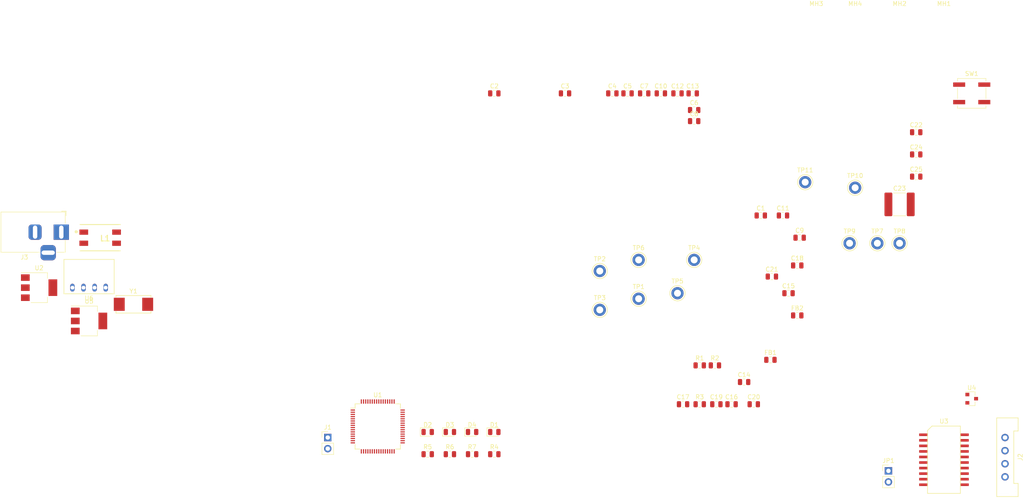
<source format=kicad_pcb>
(kicad_pcb (version 20171130) (host pcbnew "(5.0.2)-1")

  (general
    (thickness 1.6)
    (drawings 0)
    (tracks 0)
    (zones 0)
    (modules 66)
    (nets 75)
  )

  (page A4)
  (layers
    (0 F.Cu signal)
    (31 B.Cu signal)
    (32 B.Adhes user)
    (33 F.Adhes user)
    (34 B.Paste user)
    (35 F.Paste user)
    (36 B.SilkS user)
    (37 F.SilkS user)
    (38 B.Mask user)
    (39 F.Mask user)
    (40 Dwgs.User user)
    (41 Cmts.User user)
    (42 Eco1.User user)
    (43 Eco2.User user)
    (44 Edge.Cuts user)
    (45 Margin user)
    (46 B.CrtYd user)
    (47 F.CrtYd user)
    (48 B.Fab user)
    (49 F.Fab user)
  )

  (setup
    (last_trace_width 0.3048)
    (user_trace_width 0.2032)
    (user_trace_width 0.381)
    (trace_clearance 0.1524)
    (zone_clearance 0.508)
    (zone_45_only no)
    (trace_min 0.2)
    (segment_width 0.2)
    (edge_width 0.15)
    (via_size 0.762)
    (via_drill 0.381)
    (via_min_size 0.4)
    (via_min_drill 0.3)
    (uvia_size 0.3)
    (uvia_drill 0.1)
    (uvias_allowed no)
    (uvia_min_size 0.2)
    (uvia_min_drill 0.1)
    (pcb_text_width 0.3)
    (pcb_text_size 1.5 1.5)
    (mod_edge_width 0.15)
    (mod_text_size 1 1)
    (mod_text_width 0.15)
    (pad_size 1.524 1.524)
    (pad_drill 0.762)
    (pad_to_mask_clearance 0.051)
    (solder_mask_min_width 0.25)
    (aux_axis_origin 0 0)
    (visible_elements FFFFFF7F)
    (pcbplotparams
      (layerselection 0x010fc_ffffffff)
      (usegerberextensions false)
      (usegerberattributes false)
      (usegerberadvancedattributes false)
      (creategerberjobfile false)
      (excludeedgelayer true)
      (linewidth 0.100000)
      (plotframeref false)
      (viasonmask false)
      (mode 1)
      (useauxorigin false)
      (hpglpennumber 1)
      (hpglpenspeed 20)
      (hpglpendiameter 15.000000)
      (psnegative false)
      (psa4output false)
      (plotreference true)
      (plotvalue true)
      (plotinvisibletext false)
      (padsonsilk false)
      (subtractmaskfromsilk false)
      (outputformat 1)
      (mirror false)
      (drillshape 1)
      (scaleselection 1)
      (outputdirectory ""))
  )

  (net 0 "")
  (net 1 /OSC_OUT)
  (net 2 GND)
  (net 3 /OSC_IN)
  (net 4 "Net-(C3-Pad1)")
  (net 5 +3V3)
  (net 6 /NRST)
  (net 7 +5V)
  (net 8 "Net-(C18-Pad2)")
  (net 9 "Net-(C18-Pad1)")
  (net 10 "Net-(C19-Pad1)")
  (net 11 "Net-(C19-Pad2)")
  (net 12 "Net-(C23-Pad2)")
  (net 13 GNDPWR)
  (net 14 +12V)
  (net 15 "Net-(D1-Pad2)")
  (net 16 /PC8)
  (net 17 "Net-(D2-Pad1)")
  (net 18 "Net-(D3-Pad1)")
  (net 19 /PC9)
  (net 20 /PC10)
  (net 21 "Net-(D4-Pad1)")
  (net 22 /SWCLK)
  (net 23 /SWDIO)
  (net 24 /CAN/CAN_H)
  (net 25 /CAN/TERM_H)
  (net 26 /CAN/TERM_L)
  (net 27 /CAN/RSlope)
  (net 28 "Net-(U1-Pad2)")
  (net 29 "Net-(U1-Pad3)")
  (net 30 "Net-(U1-Pad4)")
  (net 31 "Net-(U1-Pad8)")
  (net 32 "Net-(U1-Pad9)")
  (net 33 "Net-(U1-Pad10)")
  (net 34 "Net-(U1-Pad11)")
  (net 35 "Net-(U1-Pad14)")
  (net 36 "Net-(U1-Pad15)")
  (net 37 "Net-(U1-Pad16)")
  (net 38 "Net-(U1-Pad17)")
  (net 39 "Net-(U1-Pad20)")
  (net 40 "Net-(U1-Pad21)")
  (net 41 "Net-(U1-Pad22)")
  (net 42 "Net-(U1-Pad23)")
  (net 43 "Net-(U1-Pad24)")
  (net 44 "Net-(U1-Pad25)")
  (net 45 "Net-(U1-Pad26)")
  (net 46 "Net-(U1-Pad27)")
  (net 47 "Net-(U1-Pad28)")
  (net 48 "Net-(U1-Pad29)")
  (net 49 "Net-(U1-Pad33)")
  (net 50 "Net-(U1-Pad34)")
  (net 51 "Net-(U1-Pad35)")
  (net 52 "Net-(U1-Pad36)")
  (net 53 "Net-(U1-Pad37)")
  (net 54 "Net-(U1-Pad38)")
  (net 55 "Net-(U1-Pad41)")
  (net 56 "Net-(U1-Pad42)")
  (net 57 "Net-(U1-Pad43)")
  (net 58 "Net-(U1-Pad44)")
  (net 59 "Net-(U1-Pad45)")
  (net 60 "Net-(U1-Pad50)")
  (net 61 "Net-(U1-Pad52)")
  (net 62 "Net-(U1-Pad53)")
  (net 63 "Net-(U1-Pad54)")
  (net 64 "Net-(U1-Pad55)")
  (net 65 "Net-(U1-Pad56)")
  (net 66 "Net-(U1-Pad57)")
  (net 67 "Net-(U1-Pad58)")
  (net 68 "Net-(U1-Pad59)")
  (net 69 /CAN1_RX)
  (net 70 /CAN1_TX)
  (net 71 "Net-(U3-Pad6)")
  (net 72 "Net-(U3-Pad8)")
  (net 73 "Net-(U3-Pad9)")
  (net 74 "Net-(U3-Pad17)")

  (net_class Default "This is the default net class."
    (clearance 0.1524)
    (trace_width 0.3048)
    (via_dia 0.762)
    (via_drill 0.381)
    (uvia_dia 0.3)
    (uvia_drill 0.1)
    (add_net +12V)
    (add_net +3V3)
    (add_net +5V)
    (add_net /CAN/CAN_H)
    (add_net /CAN/RSlope)
    (add_net /CAN/TERM_H)
    (add_net /CAN/TERM_L)
    (add_net /CAN1_RX)
    (add_net /CAN1_TX)
    (add_net /NRST)
    (add_net /OSC_IN)
    (add_net /OSC_OUT)
    (add_net /PC10)
    (add_net /PC8)
    (add_net /PC9)
    (add_net /SWCLK)
    (add_net /SWDIO)
    (add_net GND)
    (add_net GNDPWR)
    (add_net "Net-(C18-Pad1)")
    (add_net "Net-(C18-Pad2)")
    (add_net "Net-(C19-Pad1)")
    (add_net "Net-(C19-Pad2)")
    (add_net "Net-(C23-Pad2)")
    (add_net "Net-(C3-Pad1)")
    (add_net "Net-(D1-Pad2)")
    (add_net "Net-(D2-Pad1)")
    (add_net "Net-(D3-Pad1)")
    (add_net "Net-(D4-Pad1)")
    (add_net "Net-(U1-Pad10)")
    (add_net "Net-(U1-Pad11)")
    (add_net "Net-(U1-Pad14)")
    (add_net "Net-(U1-Pad15)")
    (add_net "Net-(U1-Pad16)")
    (add_net "Net-(U1-Pad17)")
    (add_net "Net-(U1-Pad2)")
    (add_net "Net-(U1-Pad20)")
    (add_net "Net-(U1-Pad21)")
    (add_net "Net-(U1-Pad22)")
    (add_net "Net-(U1-Pad23)")
    (add_net "Net-(U1-Pad24)")
    (add_net "Net-(U1-Pad25)")
    (add_net "Net-(U1-Pad26)")
    (add_net "Net-(U1-Pad27)")
    (add_net "Net-(U1-Pad28)")
    (add_net "Net-(U1-Pad29)")
    (add_net "Net-(U1-Pad3)")
    (add_net "Net-(U1-Pad33)")
    (add_net "Net-(U1-Pad34)")
    (add_net "Net-(U1-Pad35)")
    (add_net "Net-(U1-Pad36)")
    (add_net "Net-(U1-Pad37)")
    (add_net "Net-(U1-Pad38)")
    (add_net "Net-(U1-Pad4)")
    (add_net "Net-(U1-Pad41)")
    (add_net "Net-(U1-Pad42)")
    (add_net "Net-(U1-Pad43)")
    (add_net "Net-(U1-Pad44)")
    (add_net "Net-(U1-Pad45)")
    (add_net "Net-(U1-Pad50)")
    (add_net "Net-(U1-Pad52)")
    (add_net "Net-(U1-Pad53)")
    (add_net "Net-(U1-Pad54)")
    (add_net "Net-(U1-Pad55)")
    (add_net "Net-(U1-Pad56)")
    (add_net "Net-(U1-Pad57)")
    (add_net "Net-(U1-Pad58)")
    (add_net "Net-(U1-Pad59)")
    (add_net "Net-(U1-Pad8)")
    (add_net "Net-(U1-Pad9)")
    (add_net "Net-(U3-Pad17)")
    (add_net "Net-(U3-Pad6)")
    (add_net "Net-(U3-Pad8)")
    (add_net "Net-(U3-Pad9)")
  )

  (module Capacitor_SMD:C_0805_2012Metric (layer F.Cu) (tedit 5B36C52B) (tstamp 5C99ADA2)
    (at 227.33 52.07)
    (descr "Capacitor SMD 0805 (2012 Metric), square (rectangular) end terminal, IPC_7351 nominal, (Body size source: https://docs.google.com/spreadsheets/d/1BsfQQcO9C6DZCsRaXUlFlo91Tg2WpOkGARC1WS5S8t0/edit?usp=sharing), generated with kicad-footprint-generator")
    (tags capacitor)
    (path /5C5F6ACC)
    (attr smd)
    (fp_text reference C1 (at 0 -1.65) (layer F.SilkS)
      (effects (font (size 1 1) (thickness 0.15)))
    )
    (fp_text value 6pF (at 0 1.65) (layer F.Fab)
      (effects (font (size 1 1) (thickness 0.15)))
    )
    (fp_line (start -1 0.6) (end -1 -0.6) (layer F.Fab) (width 0.1))
    (fp_line (start -1 -0.6) (end 1 -0.6) (layer F.Fab) (width 0.1))
    (fp_line (start 1 -0.6) (end 1 0.6) (layer F.Fab) (width 0.1))
    (fp_line (start 1 0.6) (end -1 0.6) (layer F.Fab) (width 0.1))
    (fp_line (start -0.258578 -0.71) (end 0.258578 -0.71) (layer F.SilkS) (width 0.12))
    (fp_line (start -0.258578 0.71) (end 0.258578 0.71) (layer F.SilkS) (width 0.12))
    (fp_line (start -1.68 0.95) (end -1.68 -0.95) (layer F.CrtYd) (width 0.05))
    (fp_line (start -1.68 -0.95) (end 1.68 -0.95) (layer F.CrtYd) (width 0.05))
    (fp_line (start 1.68 -0.95) (end 1.68 0.95) (layer F.CrtYd) (width 0.05))
    (fp_line (start 1.68 0.95) (end -1.68 0.95) (layer F.CrtYd) (width 0.05))
    (fp_text user %R (at 0 0) (layer F.Fab)
      (effects (font (size 0.5 0.5) (thickness 0.08)))
    )
    (pad 1 smd roundrect (at -0.9375 0) (size 0.975 1.4) (layers F.Cu F.Paste F.Mask) (roundrect_rratio 0.25)
      (net 1 /OSC_OUT))
    (pad 2 smd roundrect (at 0.9375 0) (size 0.975 1.4) (layers F.Cu F.Paste F.Mask) (roundrect_rratio 0.25)
      (net 2 GND))
    (model ${KISYS3DMOD}/Capacitor_SMD.3dshapes/C_0805_2012Metric.wrl
      (at (xyz 0 0 0))
      (scale (xyz 1 1 1))
      (rotate (xyz 0 0 0))
    )
  )

  (module Capacitor_SMD:C_0805_2012Metric (layer F.Cu) (tedit 5B36C52B) (tstamp 5C99ADB3)
    (at 166.37 24.13)
    (descr "Capacitor SMD 0805 (2012 Metric), square (rectangular) end terminal, IPC_7351 nominal, (Body size source: https://docs.google.com/spreadsheets/d/1BsfQQcO9C6DZCsRaXUlFlo91Tg2WpOkGARC1WS5S8t0/edit?usp=sharing), generated with kicad-footprint-generator")
    (tags capacitor)
    (path /5C5F6B10)
    (attr smd)
    (fp_text reference C2 (at 0 -1.65) (layer F.SilkS)
      (effects (font (size 1 1) (thickness 0.15)))
    )
    (fp_text value 6pF (at 0 1.65) (layer F.Fab)
      (effects (font (size 1 1) (thickness 0.15)))
    )
    (fp_line (start -1 0.6) (end -1 -0.6) (layer F.Fab) (width 0.1))
    (fp_line (start -1 -0.6) (end 1 -0.6) (layer F.Fab) (width 0.1))
    (fp_line (start 1 -0.6) (end 1 0.6) (layer F.Fab) (width 0.1))
    (fp_line (start 1 0.6) (end -1 0.6) (layer F.Fab) (width 0.1))
    (fp_line (start -0.258578 -0.71) (end 0.258578 -0.71) (layer F.SilkS) (width 0.12))
    (fp_line (start -0.258578 0.71) (end 0.258578 0.71) (layer F.SilkS) (width 0.12))
    (fp_line (start -1.68 0.95) (end -1.68 -0.95) (layer F.CrtYd) (width 0.05))
    (fp_line (start -1.68 -0.95) (end 1.68 -0.95) (layer F.CrtYd) (width 0.05))
    (fp_line (start 1.68 -0.95) (end 1.68 0.95) (layer F.CrtYd) (width 0.05))
    (fp_line (start 1.68 0.95) (end -1.68 0.95) (layer F.CrtYd) (width 0.05))
    (fp_text user %R (at 0 0) (layer F.Fab)
      (effects (font (size 0.5 0.5) (thickness 0.08)))
    )
    (pad 1 smd roundrect (at -0.9375 0) (size 0.975 1.4) (layers F.Cu F.Paste F.Mask) (roundrect_rratio 0.25)
      (net 3 /OSC_IN))
    (pad 2 smd roundrect (at 0.9375 0) (size 0.975 1.4) (layers F.Cu F.Paste F.Mask) (roundrect_rratio 0.25)
      (net 2 GND))
    (model ${KISYS3DMOD}/Capacitor_SMD.3dshapes/C_0805_2012Metric.wrl
      (at (xyz 0 0 0))
      (scale (xyz 1 1 1))
      (rotate (xyz 0 0 0))
    )
  )

  (module Capacitor_SMD:C_0805_2012Metric (layer F.Cu) (tedit 5B36C52B) (tstamp 5C99ADC4)
    (at 182.5475 24.13)
    (descr "Capacitor SMD 0805 (2012 Metric), square (rectangular) end terminal, IPC_7351 nominal, (Body size source: https://docs.google.com/spreadsheets/d/1BsfQQcO9C6DZCsRaXUlFlo91Tg2WpOkGARC1WS5S8t0/edit?usp=sharing), generated with kicad-footprint-generator")
    (tags capacitor)
    (path /5C5F3795)
    (attr smd)
    (fp_text reference C3 (at 0 -1.65) (layer F.SilkS)
      (effects (font (size 1 1) (thickness 0.15)))
    )
    (fp_text value "2.2 uF" (at 0 1.65) (layer F.Fab)
      (effects (font (size 1 1) (thickness 0.15)))
    )
    (fp_text user %R (at 0 0) (layer F.Fab)
      (effects (font (size 0.5 0.5) (thickness 0.08)))
    )
    (fp_line (start 1.68 0.95) (end -1.68 0.95) (layer F.CrtYd) (width 0.05))
    (fp_line (start 1.68 -0.95) (end 1.68 0.95) (layer F.CrtYd) (width 0.05))
    (fp_line (start -1.68 -0.95) (end 1.68 -0.95) (layer F.CrtYd) (width 0.05))
    (fp_line (start -1.68 0.95) (end -1.68 -0.95) (layer F.CrtYd) (width 0.05))
    (fp_line (start -0.258578 0.71) (end 0.258578 0.71) (layer F.SilkS) (width 0.12))
    (fp_line (start -0.258578 -0.71) (end 0.258578 -0.71) (layer F.SilkS) (width 0.12))
    (fp_line (start 1 0.6) (end -1 0.6) (layer F.Fab) (width 0.1))
    (fp_line (start 1 -0.6) (end 1 0.6) (layer F.Fab) (width 0.1))
    (fp_line (start -1 -0.6) (end 1 -0.6) (layer F.Fab) (width 0.1))
    (fp_line (start -1 0.6) (end -1 -0.6) (layer F.Fab) (width 0.1))
    (pad 2 smd roundrect (at 0.9375 0) (size 0.975 1.4) (layers F.Cu F.Paste F.Mask) (roundrect_rratio 0.25)
      (net 2 GND))
    (pad 1 smd roundrect (at -0.9375 0) (size 0.975 1.4) (layers F.Cu F.Paste F.Mask) (roundrect_rratio 0.25)
      (net 4 "Net-(C3-Pad1)"))
    (model ${KISYS3DMOD}/Capacitor_SMD.3dshapes/C_0805_2012Metric.wrl
      (at (xyz 0 0 0))
      (scale (xyz 1 1 1))
      (rotate (xyz 0 0 0))
    )
  )

  (module Capacitor_SMD:C_0805_2012Metric (layer F.Cu) (tedit 5B36C52B) (tstamp 5C99ADD5)
    (at 193.3725 24.13)
    (descr "Capacitor SMD 0805 (2012 Metric), square (rectangular) end terminal, IPC_7351 nominal, (Body size source: https://docs.google.com/spreadsheets/d/1BsfQQcO9C6DZCsRaXUlFlo91Tg2WpOkGARC1WS5S8t0/edit?usp=sharing), generated with kicad-footprint-generator")
    (tags capacitor)
    (path /5C5FBA45)
    (attr smd)
    (fp_text reference C4 (at 0 -1.65) (layer F.SilkS)
      (effects (font (size 1 1) (thickness 0.15)))
    )
    (fp_text value 0.1uF (at 0 1.65) (layer F.Fab)
      (effects (font (size 1 1) (thickness 0.15)))
    )
    (fp_line (start -1 0.6) (end -1 -0.6) (layer F.Fab) (width 0.1))
    (fp_line (start -1 -0.6) (end 1 -0.6) (layer F.Fab) (width 0.1))
    (fp_line (start 1 -0.6) (end 1 0.6) (layer F.Fab) (width 0.1))
    (fp_line (start 1 0.6) (end -1 0.6) (layer F.Fab) (width 0.1))
    (fp_line (start -0.258578 -0.71) (end 0.258578 -0.71) (layer F.SilkS) (width 0.12))
    (fp_line (start -0.258578 0.71) (end 0.258578 0.71) (layer F.SilkS) (width 0.12))
    (fp_line (start -1.68 0.95) (end -1.68 -0.95) (layer F.CrtYd) (width 0.05))
    (fp_line (start -1.68 -0.95) (end 1.68 -0.95) (layer F.CrtYd) (width 0.05))
    (fp_line (start 1.68 -0.95) (end 1.68 0.95) (layer F.CrtYd) (width 0.05))
    (fp_line (start 1.68 0.95) (end -1.68 0.95) (layer F.CrtYd) (width 0.05))
    (fp_text user %R (at 0 0) (layer F.Fab)
      (effects (font (size 0.5 0.5) (thickness 0.08)))
    )
    (pad 1 smd roundrect (at -0.9375 0) (size 0.975 1.4) (layers F.Cu F.Paste F.Mask) (roundrect_rratio 0.25)
      (net 5 +3V3))
    (pad 2 smd roundrect (at 0.9375 0) (size 0.975 1.4) (layers F.Cu F.Paste F.Mask) (roundrect_rratio 0.25)
      (net 2 GND))
    (model ${KISYS3DMOD}/Capacitor_SMD.3dshapes/C_0805_2012Metric.wrl
      (at (xyz 0 0 0))
      (scale (xyz 1 1 1))
      (rotate (xyz 0 0 0))
    )
  )

  (module Capacitor_SMD:C_0805_2012Metric (layer F.Cu) (tedit 5B36C52B) (tstamp 5C99ADE6)
    (at 196.85 24.13)
    (descr "Capacitor SMD 0805 (2012 Metric), square (rectangular) end terminal, IPC_7351 nominal, (Body size source: https://docs.google.com/spreadsheets/d/1BsfQQcO9C6DZCsRaXUlFlo91Tg2WpOkGARC1WS5S8t0/edit?usp=sharing), generated with kicad-footprint-generator")
    (tags capacitor)
    (path /5C5FBAB3)
    (attr smd)
    (fp_text reference C5 (at 0 -1.65) (layer F.SilkS)
      (effects (font (size 1 1) (thickness 0.15)))
    )
    (fp_text value 0.1uF (at 0 1.65) (layer F.Fab)
      (effects (font (size 1 1) (thickness 0.15)))
    )
    (fp_text user %R (at 0 0) (layer F.Fab)
      (effects (font (size 0.5 0.5) (thickness 0.08)))
    )
    (fp_line (start 1.68 0.95) (end -1.68 0.95) (layer F.CrtYd) (width 0.05))
    (fp_line (start 1.68 -0.95) (end 1.68 0.95) (layer F.CrtYd) (width 0.05))
    (fp_line (start -1.68 -0.95) (end 1.68 -0.95) (layer F.CrtYd) (width 0.05))
    (fp_line (start -1.68 0.95) (end -1.68 -0.95) (layer F.CrtYd) (width 0.05))
    (fp_line (start -0.258578 0.71) (end 0.258578 0.71) (layer F.SilkS) (width 0.12))
    (fp_line (start -0.258578 -0.71) (end 0.258578 -0.71) (layer F.SilkS) (width 0.12))
    (fp_line (start 1 0.6) (end -1 0.6) (layer F.Fab) (width 0.1))
    (fp_line (start 1 -0.6) (end 1 0.6) (layer F.Fab) (width 0.1))
    (fp_line (start -1 -0.6) (end 1 -0.6) (layer F.Fab) (width 0.1))
    (fp_line (start -1 0.6) (end -1 -0.6) (layer F.Fab) (width 0.1))
    (pad 2 smd roundrect (at 0.9375 0) (size 0.975 1.4) (layers F.Cu F.Paste F.Mask) (roundrect_rratio 0.25)
      (net 2 GND))
    (pad 1 smd roundrect (at -0.9375 0) (size 0.975 1.4) (layers F.Cu F.Paste F.Mask) (roundrect_rratio 0.25)
      (net 5 +3V3))
    (model ${KISYS3DMOD}/Capacitor_SMD.3dshapes/C_0805_2012Metric.wrl
      (at (xyz 0 0 0))
      (scale (xyz 1 1 1))
      (rotate (xyz 0 0 0))
    )
  )

  (module Capacitor_SMD:C_0805_2012Metric (layer F.Cu) (tedit 5B36C52B) (tstamp 5C99ADF7)
    (at 212.09 27.94)
    (descr "Capacitor SMD 0805 (2012 Metric), square (rectangular) end terminal, IPC_7351 nominal, (Body size source: https://docs.google.com/spreadsheets/d/1BsfQQcO9C6DZCsRaXUlFlo91Tg2WpOkGARC1WS5S8t0/edit?usp=sharing), generated with kicad-footprint-generator")
    (tags capacitor)
    (path /5C60A653)
    (attr smd)
    (fp_text reference C6 (at 0 -1.65) (layer F.SilkS)
      (effects (font (size 1 1) (thickness 0.15)))
    )
    (fp_text value 0.1uF (at 0 1.65) (layer F.Fab)
      (effects (font (size 1 1) (thickness 0.15)))
    )
    (fp_line (start -1 0.6) (end -1 -0.6) (layer F.Fab) (width 0.1))
    (fp_line (start -1 -0.6) (end 1 -0.6) (layer F.Fab) (width 0.1))
    (fp_line (start 1 -0.6) (end 1 0.6) (layer F.Fab) (width 0.1))
    (fp_line (start 1 0.6) (end -1 0.6) (layer F.Fab) (width 0.1))
    (fp_line (start -0.258578 -0.71) (end 0.258578 -0.71) (layer F.SilkS) (width 0.12))
    (fp_line (start -0.258578 0.71) (end 0.258578 0.71) (layer F.SilkS) (width 0.12))
    (fp_line (start -1.68 0.95) (end -1.68 -0.95) (layer F.CrtYd) (width 0.05))
    (fp_line (start -1.68 -0.95) (end 1.68 -0.95) (layer F.CrtYd) (width 0.05))
    (fp_line (start 1.68 -0.95) (end 1.68 0.95) (layer F.CrtYd) (width 0.05))
    (fp_line (start 1.68 0.95) (end -1.68 0.95) (layer F.CrtYd) (width 0.05))
    (fp_text user %R (at 0 0) (layer F.Fab)
      (effects (font (size 0.5 0.5) (thickness 0.08)))
    )
    (pad 1 smd roundrect (at -0.9375 0) (size 0.975 1.4) (layers F.Cu F.Paste F.Mask) (roundrect_rratio 0.25)
      (net 5 +3V3))
    (pad 2 smd roundrect (at 0.9375 0) (size 0.975 1.4) (layers F.Cu F.Paste F.Mask) (roundrect_rratio 0.25)
      (net 2 GND))
    (model ${KISYS3DMOD}/Capacitor_SMD.3dshapes/C_0805_2012Metric.wrl
      (at (xyz 0 0 0))
      (scale (xyz 1 1 1))
      (rotate (xyz 0 0 0))
    )
  )

  (module Capacitor_SMD:C_0805_2012Metric (layer F.Cu) (tedit 5B36C52B) (tstamp 5C99AE08)
    (at 200.66 24.13)
    (descr "Capacitor SMD 0805 (2012 Metric), square (rectangular) end terminal, IPC_7351 nominal, (Body size source: https://docs.google.com/spreadsheets/d/1BsfQQcO9C6DZCsRaXUlFlo91Tg2WpOkGARC1WS5S8t0/edit?usp=sharing), generated with kicad-footprint-generator")
    (tags capacitor)
    (path /5C5FBAE9)
    (attr smd)
    (fp_text reference C7 (at 0 -1.65) (layer F.SilkS)
      (effects (font (size 1 1) (thickness 0.15)))
    )
    (fp_text value 0.1uF (at 0 1.65) (layer F.Fab)
      (effects (font (size 1 1) (thickness 0.15)))
    )
    (fp_line (start -1 0.6) (end -1 -0.6) (layer F.Fab) (width 0.1))
    (fp_line (start -1 -0.6) (end 1 -0.6) (layer F.Fab) (width 0.1))
    (fp_line (start 1 -0.6) (end 1 0.6) (layer F.Fab) (width 0.1))
    (fp_line (start 1 0.6) (end -1 0.6) (layer F.Fab) (width 0.1))
    (fp_line (start -0.258578 -0.71) (end 0.258578 -0.71) (layer F.SilkS) (width 0.12))
    (fp_line (start -0.258578 0.71) (end 0.258578 0.71) (layer F.SilkS) (width 0.12))
    (fp_line (start -1.68 0.95) (end -1.68 -0.95) (layer F.CrtYd) (width 0.05))
    (fp_line (start -1.68 -0.95) (end 1.68 -0.95) (layer F.CrtYd) (width 0.05))
    (fp_line (start 1.68 -0.95) (end 1.68 0.95) (layer F.CrtYd) (width 0.05))
    (fp_line (start 1.68 0.95) (end -1.68 0.95) (layer F.CrtYd) (width 0.05))
    (fp_text user %R (at 0 0) (layer F.Fab)
      (effects (font (size 0.5 0.5) (thickness 0.08)))
    )
    (pad 1 smd roundrect (at -0.9375 0) (size 0.975 1.4) (layers F.Cu F.Paste F.Mask) (roundrect_rratio 0.25)
      (net 5 +3V3))
    (pad 2 smd roundrect (at 0.9375 0) (size 0.975 1.4) (layers F.Cu F.Paste F.Mask) (roundrect_rratio 0.25)
      (net 2 GND))
    (model ${KISYS3DMOD}/Capacitor_SMD.3dshapes/C_0805_2012Metric.wrl
      (at (xyz 0 0 0))
      (scale (xyz 1 1 1))
      (rotate (xyz 0 0 0))
    )
  )

  (module Capacitor_SMD:C_0805_2012Metric (layer F.Cu) (tedit 5B36C52B) (tstamp 5C99AE19)
    (at 212.09 30.48)
    (descr "Capacitor SMD 0805 (2012 Metric), square (rectangular) end terminal, IPC_7351 nominal, (Body size source: https://docs.google.com/spreadsheets/d/1BsfQQcO9C6DZCsRaXUlFlo91Tg2WpOkGARC1WS5S8t0/edit?usp=sharing), generated with kicad-footprint-generator")
    (tags capacitor)
    (path /5C60B701)
    (attr smd)
    (fp_text reference C8 (at 0 -1.65) (layer F.SilkS)
      (effects (font (size 1 1) (thickness 0.15)))
    )
    (fp_text value 1uF (at 0 1.65) (layer F.Fab)
      (effects (font (size 1 1) (thickness 0.15)))
    )
    (fp_text user %R (at 0 0) (layer F.Fab)
      (effects (font (size 0.5 0.5) (thickness 0.08)))
    )
    (fp_line (start 1.68 0.95) (end -1.68 0.95) (layer F.CrtYd) (width 0.05))
    (fp_line (start 1.68 -0.95) (end 1.68 0.95) (layer F.CrtYd) (width 0.05))
    (fp_line (start -1.68 -0.95) (end 1.68 -0.95) (layer F.CrtYd) (width 0.05))
    (fp_line (start -1.68 0.95) (end -1.68 -0.95) (layer F.CrtYd) (width 0.05))
    (fp_line (start -0.258578 0.71) (end 0.258578 0.71) (layer F.SilkS) (width 0.12))
    (fp_line (start -0.258578 -0.71) (end 0.258578 -0.71) (layer F.SilkS) (width 0.12))
    (fp_line (start 1 0.6) (end -1 0.6) (layer F.Fab) (width 0.1))
    (fp_line (start 1 -0.6) (end 1 0.6) (layer F.Fab) (width 0.1))
    (fp_line (start -1 -0.6) (end 1 -0.6) (layer F.Fab) (width 0.1))
    (fp_line (start -1 0.6) (end -1 -0.6) (layer F.Fab) (width 0.1))
    (pad 2 smd roundrect (at 0.9375 0) (size 0.975 1.4) (layers F.Cu F.Paste F.Mask) (roundrect_rratio 0.25)
      (net 2 GND))
    (pad 1 smd roundrect (at -0.9375 0) (size 0.975 1.4) (layers F.Cu F.Paste F.Mask) (roundrect_rratio 0.25)
      (net 5 +3V3))
    (model ${KISYS3DMOD}/Capacitor_SMD.3dshapes/C_0805_2012Metric.wrl
      (at (xyz 0 0 0))
      (scale (xyz 1 1 1))
      (rotate (xyz 0 0 0))
    )
  )

  (module Capacitor_SMD:C_0805_2012Metric (layer F.Cu) (tedit 5B36C52B) (tstamp 5C99AE2A)
    (at 236.22 57.15)
    (descr "Capacitor SMD 0805 (2012 Metric), square (rectangular) end terminal, IPC_7351 nominal, (Body size source: https://docs.google.com/spreadsheets/d/1BsfQQcO9C6DZCsRaXUlFlo91Tg2WpOkGARC1WS5S8t0/edit?usp=sharing), generated with kicad-footprint-generator")
    (tags capacitor)
    (path /5C5FBB2D)
    (attr smd)
    (fp_text reference C9 (at 0 -1.65) (layer F.SilkS)
      (effects (font (size 1 1) (thickness 0.15)))
    )
    (fp_text value 0.1uF (at 0 1.65) (layer F.Fab)
      (effects (font (size 1 1) (thickness 0.15)))
    )
    (fp_text user %R (at 0 0) (layer F.Fab)
      (effects (font (size 0.5 0.5) (thickness 0.08)))
    )
    (fp_line (start 1.68 0.95) (end -1.68 0.95) (layer F.CrtYd) (width 0.05))
    (fp_line (start 1.68 -0.95) (end 1.68 0.95) (layer F.CrtYd) (width 0.05))
    (fp_line (start -1.68 -0.95) (end 1.68 -0.95) (layer F.CrtYd) (width 0.05))
    (fp_line (start -1.68 0.95) (end -1.68 -0.95) (layer F.CrtYd) (width 0.05))
    (fp_line (start -0.258578 0.71) (end 0.258578 0.71) (layer F.SilkS) (width 0.12))
    (fp_line (start -0.258578 -0.71) (end 0.258578 -0.71) (layer F.SilkS) (width 0.12))
    (fp_line (start 1 0.6) (end -1 0.6) (layer F.Fab) (width 0.1))
    (fp_line (start 1 -0.6) (end 1 0.6) (layer F.Fab) (width 0.1))
    (fp_line (start -1 -0.6) (end 1 -0.6) (layer F.Fab) (width 0.1))
    (fp_line (start -1 0.6) (end -1 -0.6) (layer F.Fab) (width 0.1))
    (pad 2 smd roundrect (at 0.9375 0) (size 0.975 1.4) (layers F.Cu F.Paste F.Mask) (roundrect_rratio 0.25)
      (net 2 GND))
    (pad 1 smd roundrect (at -0.9375 0) (size 0.975 1.4) (layers F.Cu F.Paste F.Mask) (roundrect_rratio 0.25)
      (net 5 +3V3))
    (model ${KISYS3DMOD}/Capacitor_SMD.3dshapes/C_0805_2012Metric.wrl
      (at (xyz 0 0 0))
      (scale (xyz 1 1 1))
      (rotate (xyz 0 0 0))
    )
  )

  (module Capacitor_SMD:C_0805_2012Metric (layer F.Cu) (tedit 5B36C52B) (tstamp 5C99AE3B)
    (at 204.47 24.13)
    (descr "Capacitor SMD 0805 (2012 Metric), square (rectangular) end terminal, IPC_7351 nominal, (Body size source: https://docs.google.com/spreadsheets/d/1BsfQQcO9C6DZCsRaXUlFlo91Tg2WpOkGARC1WS5S8t0/edit?usp=sharing), generated with kicad-footprint-generator")
    (tags capacitor)
    (path /5C5FBB81)
    (attr smd)
    (fp_text reference C10 (at 0 -1.65) (layer F.SilkS)
      (effects (font (size 1 1) (thickness 0.15)))
    )
    (fp_text value 0.1uF (at 0 1.65) (layer F.Fab)
      (effects (font (size 1 1) (thickness 0.15)))
    )
    (fp_line (start -1 0.6) (end -1 -0.6) (layer F.Fab) (width 0.1))
    (fp_line (start -1 -0.6) (end 1 -0.6) (layer F.Fab) (width 0.1))
    (fp_line (start 1 -0.6) (end 1 0.6) (layer F.Fab) (width 0.1))
    (fp_line (start 1 0.6) (end -1 0.6) (layer F.Fab) (width 0.1))
    (fp_line (start -0.258578 -0.71) (end 0.258578 -0.71) (layer F.SilkS) (width 0.12))
    (fp_line (start -0.258578 0.71) (end 0.258578 0.71) (layer F.SilkS) (width 0.12))
    (fp_line (start -1.68 0.95) (end -1.68 -0.95) (layer F.CrtYd) (width 0.05))
    (fp_line (start -1.68 -0.95) (end 1.68 -0.95) (layer F.CrtYd) (width 0.05))
    (fp_line (start 1.68 -0.95) (end 1.68 0.95) (layer F.CrtYd) (width 0.05))
    (fp_line (start 1.68 0.95) (end -1.68 0.95) (layer F.CrtYd) (width 0.05))
    (fp_text user %R (at 0 0) (layer F.Fab)
      (effects (font (size 0.5 0.5) (thickness 0.08)))
    )
    (pad 1 smd roundrect (at -0.9375 0) (size 0.975 1.4) (layers F.Cu F.Paste F.Mask) (roundrect_rratio 0.25)
      (net 5 +3V3))
    (pad 2 smd roundrect (at 0.9375 0) (size 0.975 1.4) (layers F.Cu F.Paste F.Mask) (roundrect_rratio 0.25)
      (net 2 GND))
    (model ${KISYS3DMOD}/Capacitor_SMD.3dshapes/C_0805_2012Metric.wrl
      (at (xyz 0 0 0))
      (scale (xyz 1 1 1))
      (rotate (xyz 0 0 0))
    )
  )

  (module Capacitor_SMD:C_0805_2012Metric (layer F.Cu) (tedit 5B36C52B) (tstamp 5C99AE4C)
    (at 232.41 52.07)
    (descr "Capacitor SMD 0805 (2012 Metric), square (rectangular) end terminal, IPC_7351 nominal, (Body size source: https://docs.google.com/spreadsheets/d/1BsfQQcO9C6DZCsRaXUlFlo91Tg2WpOkGARC1WS5S8t0/edit?usp=sharing), generated with kicad-footprint-generator")
    (tags capacitor)
    (path /5C60C87E)
    (attr smd)
    (fp_text reference C11 (at 0 -1.65) (layer F.SilkS)
      (effects (font (size 1 1) (thickness 0.15)))
    )
    (fp_text value 0.1uF (at 0 1.65) (layer F.Fab)
      (effects (font (size 1 1) (thickness 0.15)))
    )
    (fp_line (start -1 0.6) (end -1 -0.6) (layer F.Fab) (width 0.1))
    (fp_line (start -1 -0.6) (end 1 -0.6) (layer F.Fab) (width 0.1))
    (fp_line (start 1 -0.6) (end 1 0.6) (layer F.Fab) (width 0.1))
    (fp_line (start 1 0.6) (end -1 0.6) (layer F.Fab) (width 0.1))
    (fp_line (start -0.258578 -0.71) (end 0.258578 -0.71) (layer F.SilkS) (width 0.12))
    (fp_line (start -0.258578 0.71) (end 0.258578 0.71) (layer F.SilkS) (width 0.12))
    (fp_line (start -1.68 0.95) (end -1.68 -0.95) (layer F.CrtYd) (width 0.05))
    (fp_line (start -1.68 -0.95) (end 1.68 -0.95) (layer F.CrtYd) (width 0.05))
    (fp_line (start 1.68 -0.95) (end 1.68 0.95) (layer F.CrtYd) (width 0.05))
    (fp_line (start 1.68 0.95) (end -1.68 0.95) (layer F.CrtYd) (width 0.05))
    (fp_text user %R (at 0 0) (layer F.Fab)
      (effects (font (size 0.5 0.5) (thickness 0.08)))
    )
    (pad 1 smd roundrect (at -0.9375 0) (size 0.975 1.4) (layers F.Cu F.Paste F.Mask) (roundrect_rratio 0.25)
      (net 6 /NRST))
    (pad 2 smd roundrect (at 0.9375 0) (size 0.975 1.4) (layers F.Cu F.Paste F.Mask) (roundrect_rratio 0.25)
      (net 2 GND))
    (model ${KISYS3DMOD}/Capacitor_SMD.3dshapes/C_0805_2012Metric.wrl
      (at (xyz 0 0 0))
      (scale (xyz 1 1 1))
      (rotate (xyz 0 0 0))
    )
  )

  (module Capacitor_SMD:C_0805_2012Metric (layer F.Cu) (tedit 5B36C52B) (tstamp 5C99AE5D)
    (at 208.28 24.13)
    (descr "Capacitor SMD 0805 (2012 Metric), square (rectangular) end terminal, IPC_7351 nominal, (Body size source: https://docs.google.com/spreadsheets/d/1BsfQQcO9C6DZCsRaXUlFlo91Tg2WpOkGARC1WS5S8t0/edit?usp=sharing), generated with kicad-footprint-generator")
    (tags capacitor)
    (path /5C5FBBD9)
    (attr smd)
    (fp_text reference C12 (at 0 -1.65) (layer F.SilkS)
      (effects (font (size 1 1) (thickness 0.15)))
    )
    (fp_text value 0.1uF (at 0 1.65) (layer F.Fab)
      (effects (font (size 1 1) (thickness 0.15)))
    )
    (fp_text user %R (at 0 0) (layer F.Fab)
      (effects (font (size 0.5 0.5) (thickness 0.08)))
    )
    (fp_line (start 1.68 0.95) (end -1.68 0.95) (layer F.CrtYd) (width 0.05))
    (fp_line (start 1.68 -0.95) (end 1.68 0.95) (layer F.CrtYd) (width 0.05))
    (fp_line (start -1.68 -0.95) (end 1.68 -0.95) (layer F.CrtYd) (width 0.05))
    (fp_line (start -1.68 0.95) (end -1.68 -0.95) (layer F.CrtYd) (width 0.05))
    (fp_line (start -0.258578 0.71) (end 0.258578 0.71) (layer F.SilkS) (width 0.12))
    (fp_line (start -0.258578 -0.71) (end 0.258578 -0.71) (layer F.SilkS) (width 0.12))
    (fp_line (start 1 0.6) (end -1 0.6) (layer F.Fab) (width 0.1))
    (fp_line (start 1 -0.6) (end 1 0.6) (layer F.Fab) (width 0.1))
    (fp_line (start -1 -0.6) (end 1 -0.6) (layer F.Fab) (width 0.1))
    (fp_line (start -1 0.6) (end -1 -0.6) (layer F.Fab) (width 0.1))
    (pad 2 smd roundrect (at 0.9375 0) (size 0.975 1.4) (layers F.Cu F.Paste F.Mask) (roundrect_rratio 0.25)
      (net 2 GND))
    (pad 1 smd roundrect (at -0.9375 0) (size 0.975 1.4) (layers F.Cu F.Paste F.Mask) (roundrect_rratio 0.25)
      (net 5 +3V3))
    (model ${KISYS3DMOD}/Capacitor_SMD.3dshapes/C_0805_2012Metric.wrl
      (at (xyz 0 0 0))
      (scale (xyz 1 1 1))
      (rotate (xyz 0 0 0))
    )
  )

  (module Capacitor_SMD:C_0805_2012Metric (layer F.Cu) (tedit 5B36C52B) (tstamp 5C99AE6E)
    (at 211.7575 24.13)
    (descr "Capacitor SMD 0805 (2012 Metric), square (rectangular) end terminal, IPC_7351 nominal, (Body size source: https://docs.google.com/spreadsheets/d/1BsfQQcO9C6DZCsRaXUlFlo91Tg2WpOkGARC1WS5S8t0/edit?usp=sharing), generated with kicad-footprint-generator")
    (tags capacitor)
    (path /5C5FBC2F)
    (attr smd)
    (fp_text reference C13 (at 0 -1.65) (layer F.SilkS)
      (effects (font (size 1 1) (thickness 0.15)))
    )
    (fp_text value 4.7uF (at 0 1.65) (layer F.Fab)
      (effects (font (size 1 1) (thickness 0.15)))
    )
    (fp_line (start -1 0.6) (end -1 -0.6) (layer F.Fab) (width 0.1))
    (fp_line (start -1 -0.6) (end 1 -0.6) (layer F.Fab) (width 0.1))
    (fp_line (start 1 -0.6) (end 1 0.6) (layer F.Fab) (width 0.1))
    (fp_line (start 1 0.6) (end -1 0.6) (layer F.Fab) (width 0.1))
    (fp_line (start -0.258578 -0.71) (end 0.258578 -0.71) (layer F.SilkS) (width 0.12))
    (fp_line (start -0.258578 0.71) (end 0.258578 0.71) (layer F.SilkS) (width 0.12))
    (fp_line (start -1.68 0.95) (end -1.68 -0.95) (layer F.CrtYd) (width 0.05))
    (fp_line (start -1.68 -0.95) (end 1.68 -0.95) (layer F.CrtYd) (width 0.05))
    (fp_line (start 1.68 -0.95) (end 1.68 0.95) (layer F.CrtYd) (width 0.05))
    (fp_line (start 1.68 0.95) (end -1.68 0.95) (layer F.CrtYd) (width 0.05))
    (fp_text user %R (at 0 0) (layer F.Fab)
      (effects (font (size 0.5 0.5) (thickness 0.08)))
    )
    (pad 1 smd roundrect (at -0.9375 0) (size 0.975 1.4) (layers F.Cu F.Paste F.Mask) (roundrect_rratio 0.25)
      (net 5 +3V3))
    (pad 2 smd roundrect (at 0.9375 0) (size 0.975 1.4) (layers F.Cu F.Paste F.Mask) (roundrect_rratio 0.25)
      (net 2 GND))
    (model ${KISYS3DMOD}/Capacitor_SMD.3dshapes/C_0805_2012Metric.wrl
      (at (xyz 0 0 0))
      (scale (xyz 1 1 1))
      (rotate (xyz 0 0 0))
    )
  )

  (module Capacitor_SMD:C_0805_2012Metric (layer F.Cu) (tedit 5B36C52B) (tstamp 5C99AE7F)
    (at 223.52 90.17)
    (descr "Capacitor SMD 0805 (2012 Metric), square (rectangular) end terminal, IPC_7351 nominal, (Body size source: https://docs.google.com/spreadsheets/d/1BsfQQcO9C6DZCsRaXUlFlo91Tg2WpOkGARC1WS5S8t0/edit?usp=sharing), generated with kicad-footprint-generator")
    (tags capacitor)
    (path /5C5F7A4D/5C664303)
    (attr smd)
    (fp_text reference C14 (at 0 -1.65) (layer F.SilkS)
      (effects (font (size 1 1) (thickness 0.15)))
    )
    (fp_text value 0.1uF (at 0 1.65) (layer F.Fab)
      (effects (font (size 1 1) (thickness 0.15)))
    )
    (fp_line (start -1 0.6) (end -1 -0.6) (layer F.Fab) (width 0.1))
    (fp_line (start -1 -0.6) (end 1 -0.6) (layer F.Fab) (width 0.1))
    (fp_line (start 1 -0.6) (end 1 0.6) (layer F.Fab) (width 0.1))
    (fp_line (start 1 0.6) (end -1 0.6) (layer F.Fab) (width 0.1))
    (fp_line (start -0.258578 -0.71) (end 0.258578 -0.71) (layer F.SilkS) (width 0.12))
    (fp_line (start -0.258578 0.71) (end 0.258578 0.71) (layer F.SilkS) (width 0.12))
    (fp_line (start -1.68 0.95) (end -1.68 -0.95) (layer F.CrtYd) (width 0.05))
    (fp_line (start -1.68 -0.95) (end 1.68 -0.95) (layer F.CrtYd) (width 0.05))
    (fp_line (start 1.68 -0.95) (end 1.68 0.95) (layer F.CrtYd) (width 0.05))
    (fp_line (start 1.68 0.95) (end -1.68 0.95) (layer F.CrtYd) (width 0.05))
    (fp_text user %R (at 0 0) (layer F.Fab)
      (effects (font (size 0.5 0.5) (thickness 0.08)))
    )
    (pad 1 smd roundrect (at -0.9375 0) (size 0.975 1.4) (layers F.Cu F.Paste F.Mask) (roundrect_rratio 0.25)
      (net 7 +5V))
    (pad 2 smd roundrect (at 0.9375 0) (size 0.975 1.4) (layers F.Cu F.Paste F.Mask) (roundrect_rratio 0.25)
      (net 2 GND))
    (model ${KISYS3DMOD}/Capacitor_SMD.3dshapes/C_0805_2012Metric.wrl
      (at (xyz 0 0 0))
      (scale (xyz 1 1 1))
      (rotate (xyz 0 0 0))
    )
  )

  (module Capacitor_SMD:C_0805_2012Metric (layer F.Cu) (tedit 5B36C52B) (tstamp 5C99AE90)
    (at 233.68 69.85)
    (descr "Capacitor SMD 0805 (2012 Metric), square (rectangular) end terminal, IPC_7351 nominal, (Body size source: https://docs.google.com/spreadsheets/d/1BsfQQcO9C6DZCsRaXUlFlo91Tg2WpOkGARC1WS5S8t0/edit?usp=sharing), generated with kicad-footprint-generator")
    (tags capacitor)
    (path /5C5F7A4D/5C66429D)
    (attr smd)
    (fp_text reference C15 (at 0 -1.65) (layer F.SilkS)
      (effects (font (size 1 1) (thickness 0.15)))
    )
    (fp_text value 0.1uF (at 0 1.65) (layer F.Fab)
      (effects (font (size 1 1) (thickness 0.15)))
    )
    (fp_text user %R (at 0 0) (layer F.Fab)
      (effects (font (size 0.5 0.5) (thickness 0.08)))
    )
    (fp_line (start 1.68 0.95) (end -1.68 0.95) (layer F.CrtYd) (width 0.05))
    (fp_line (start 1.68 -0.95) (end 1.68 0.95) (layer F.CrtYd) (width 0.05))
    (fp_line (start -1.68 -0.95) (end 1.68 -0.95) (layer F.CrtYd) (width 0.05))
    (fp_line (start -1.68 0.95) (end -1.68 -0.95) (layer F.CrtYd) (width 0.05))
    (fp_line (start -0.258578 0.71) (end 0.258578 0.71) (layer F.SilkS) (width 0.12))
    (fp_line (start -0.258578 -0.71) (end 0.258578 -0.71) (layer F.SilkS) (width 0.12))
    (fp_line (start 1 0.6) (end -1 0.6) (layer F.Fab) (width 0.1))
    (fp_line (start 1 -0.6) (end 1 0.6) (layer F.Fab) (width 0.1))
    (fp_line (start -1 -0.6) (end 1 -0.6) (layer F.Fab) (width 0.1))
    (fp_line (start -1 0.6) (end -1 -0.6) (layer F.Fab) (width 0.1))
    (pad 2 smd roundrect (at 0.9375 0) (size 0.975 1.4) (layers F.Cu F.Paste F.Mask) (roundrect_rratio 0.25)
      (net 2 GND))
    (pad 1 smd roundrect (at -0.9375 0) (size 0.975 1.4) (layers F.Cu F.Paste F.Mask) (roundrect_rratio 0.25)
      (net 7 +5V))
    (model ${KISYS3DMOD}/Capacitor_SMD.3dshapes/C_0805_2012Metric.wrl
      (at (xyz 0 0 0))
      (scale (xyz 1 1 1))
      (rotate (xyz 0 0 0))
    )
  )

  (module Capacitor_SMD:C_0805_2012Metric (layer F.Cu) (tedit 5B36C52B) (tstamp 5C99AEA1)
    (at 220.6475 95.25)
    (descr "Capacitor SMD 0805 (2012 Metric), square (rectangular) end terminal, IPC_7351 nominal, (Body size source: https://docs.google.com/spreadsheets/d/1BsfQQcO9C6DZCsRaXUlFlo91Tg2WpOkGARC1WS5S8t0/edit?usp=sharing), generated with kicad-footprint-generator")
    (tags capacitor)
    (path /5C5F7A4D/5C664236)
    (attr smd)
    (fp_text reference C16 (at 0 -1.65) (layer F.SilkS)
      (effects (font (size 1 1) (thickness 0.15)))
    )
    (fp_text value 0.1uF (at 0 1.65) (layer F.Fab)
      (effects (font (size 1 1) (thickness 0.15)))
    )
    (fp_line (start -1 0.6) (end -1 -0.6) (layer F.Fab) (width 0.1))
    (fp_line (start -1 -0.6) (end 1 -0.6) (layer F.Fab) (width 0.1))
    (fp_line (start 1 -0.6) (end 1 0.6) (layer F.Fab) (width 0.1))
    (fp_line (start 1 0.6) (end -1 0.6) (layer F.Fab) (width 0.1))
    (fp_line (start -0.258578 -0.71) (end 0.258578 -0.71) (layer F.SilkS) (width 0.12))
    (fp_line (start -0.258578 0.71) (end 0.258578 0.71) (layer F.SilkS) (width 0.12))
    (fp_line (start -1.68 0.95) (end -1.68 -0.95) (layer F.CrtYd) (width 0.05))
    (fp_line (start -1.68 -0.95) (end 1.68 -0.95) (layer F.CrtYd) (width 0.05))
    (fp_line (start 1.68 -0.95) (end 1.68 0.95) (layer F.CrtYd) (width 0.05))
    (fp_line (start 1.68 0.95) (end -1.68 0.95) (layer F.CrtYd) (width 0.05))
    (fp_text user %R (at 0 0) (layer F.Fab)
      (effects (font (size 0.5 0.5) (thickness 0.08)))
    )
    (pad 1 smd roundrect (at -0.9375 0) (size 0.975 1.4) (layers F.Cu F.Paste F.Mask) (roundrect_rratio 0.25)
      (net 5 +3V3))
    (pad 2 smd roundrect (at 0.9375 0) (size 0.975 1.4) (layers F.Cu F.Paste F.Mask) (roundrect_rratio 0.25)
      (net 2 GND))
    (model ${KISYS3DMOD}/Capacitor_SMD.3dshapes/C_0805_2012Metric.wrl
      (at (xyz 0 0 0))
      (scale (xyz 1 1 1))
      (rotate (xyz 0 0 0))
    )
  )

  (module Capacitor_SMD:C_0805_2012Metric (layer F.Cu) (tedit 5B36C52B) (tstamp 5C99AEB2)
    (at 209.55 95.25)
    (descr "Capacitor SMD 0805 (2012 Metric), square (rectangular) end terminal, IPC_7351 nominal, (Body size source: https://docs.google.com/spreadsheets/d/1BsfQQcO9C6DZCsRaXUlFlo91Tg2WpOkGARC1WS5S8t0/edit?usp=sharing), generated with kicad-footprint-generator")
    (tags capacitor)
    (path /5C5F7A4D/5C664147)
    (attr smd)
    (fp_text reference C17 (at 0 -1.65) (layer F.SilkS)
      (effects (font (size 1 1) (thickness 0.15)))
    )
    (fp_text value 0.1uF (at 0 1.65) (layer F.Fab)
      (effects (font (size 1 1) (thickness 0.15)))
    )
    (fp_text user %R (at 0 0) (layer F.Fab)
      (effects (font (size 0.5 0.5) (thickness 0.08)))
    )
    (fp_line (start 1.68 0.95) (end -1.68 0.95) (layer F.CrtYd) (width 0.05))
    (fp_line (start 1.68 -0.95) (end 1.68 0.95) (layer F.CrtYd) (width 0.05))
    (fp_line (start -1.68 -0.95) (end 1.68 -0.95) (layer F.CrtYd) (width 0.05))
    (fp_line (start -1.68 0.95) (end -1.68 -0.95) (layer F.CrtYd) (width 0.05))
    (fp_line (start -0.258578 0.71) (end 0.258578 0.71) (layer F.SilkS) (width 0.12))
    (fp_line (start -0.258578 -0.71) (end 0.258578 -0.71) (layer F.SilkS) (width 0.12))
    (fp_line (start 1 0.6) (end -1 0.6) (layer F.Fab) (width 0.1))
    (fp_line (start 1 -0.6) (end 1 0.6) (layer F.Fab) (width 0.1))
    (fp_line (start -1 -0.6) (end 1 -0.6) (layer F.Fab) (width 0.1))
    (fp_line (start -1 0.6) (end -1 -0.6) (layer F.Fab) (width 0.1))
    (pad 2 smd roundrect (at 0.9375 0) (size 0.975 1.4) (layers F.Cu F.Paste F.Mask) (roundrect_rratio 0.25)
      (net 2 GND))
    (pad 1 smd roundrect (at -0.9375 0) (size 0.975 1.4) (layers F.Cu F.Paste F.Mask) (roundrect_rratio 0.25)
      (net 5 +3V3))
    (model ${KISYS3DMOD}/Capacitor_SMD.3dshapes/C_0805_2012Metric.wrl
      (at (xyz 0 0 0))
      (scale (xyz 1 1 1))
      (rotate (xyz 0 0 0))
    )
  )

  (module Capacitor_SMD:C_0805_2012Metric (layer F.Cu) (tedit 5B36C52B) (tstamp 5C99AEC3)
    (at 235.675001 63.5)
    (descr "Capacitor SMD 0805 (2012 Metric), square (rectangular) end terminal, IPC_7351 nominal, (Body size source: https://docs.google.com/spreadsheets/d/1BsfQQcO9C6DZCsRaXUlFlo91Tg2WpOkGARC1WS5S8t0/edit?usp=sharing), generated with kicad-footprint-generator")
    (tags capacitor)
    (path /5C5F7A4D/5C61A8D4)
    (attr smd)
    (fp_text reference C18 (at 0 -1.65) (layer F.SilkS)
      (effects (font (size 1 1) (thickness 0.15)))
    )
    (fp_text value 10uf (at 0 1.65) (layer F.Fab)
      (effects (font (size 1 1) (thickness 0.15)))
    )
    (fp_text user %R (at 0 0) (layer F.Fab)
      (effects (font (size 0.5 0.5) (thickness 0.08)))
    )
    (fp_line (start 1.68 0.95) (end -1.68 0.95) (layer F.CrtYd) (width 0.05))
    (fp_line (start 1.68 -0.95) (end 1.68 0.95) (layer F.CrtYd) (width 0.05))
    (fp_line (start -1.68 -0.95) (end 1.68 -0.95) (layer F.CrtYd) (width 0.05))
    (fp_line (start -1.68 0.95) (end -1.68 -0.95) (layer F.CrtYd) (width 0.05))
    (fp_line (start -0.258578 0.71) (end 0.258578 0.71) (layer F.SilkS) (width 0.12))
    (fp_line (start -0.258578 -0.71) (end 0.258578 -0.71) (layer F.SilkS) (width 0.12))
    (fp_line (start 1 0.6) (end -1 0.6) (layer F.Fab) (width 0.1))
    (fp_line (start 1 -0.6) (end 1 0.6) (layer F.Fab) (width 0.1))
    (fp_line (start -1 -0.6) (end 1 -0.6) (layer F.Fab) (width 0.1))
    (fp_line (start -1 0.6) (end -1 -0.6) (layer F.Fab) (width 0.1))
    (pad 2 smd roundrect (at 0.9375 0) (size 0.975 1.4) (layers F.Cu F.Paste F.Mask) (roundrect_rratio 0.25)
      (net 8 "Net-(C18-Pad2)"))
    (pad 1 smd roundrect (at -0.9375 0) (size 0.975 1.4) (layers F.Cu F.Paste F.Mask) (roundrect_rratio 0.25)
      (net 9 "Net-(C18-Pad1)"))
    (model ${KISYS3DMOD}/Capacitor_SMD.3dshapes/C_0805_2012Metric.wrl
      (at (xyz 0 0 0))
      (scale (xyz 1 1 1))
      (rotate (xyz 0 0 0))
    )
  )

  (module Capacitor_SMD:C_0805_2012Metric (layer F.Cu) (tedit 5B36C52B) (tstamp 5C99AED4)
    (at 217.17 95.25)
    (descr "Capacitor SMD 0805 (2012 Metric), square (rectangular) end terminal, IPC_7351 nominal, (Body size source: https://docs.google.com/spreadsheets/d/1BsfQQcO9C6DZCsRaXUlFlo91Tg2WpOkGARC1WS5S8t0/edit?usp=sharing), generated with kicad-footprint-generator")
    (tags capacitor)
    (path /5C5F7A4D/5C61A94A)
    (attr smd)
    (fp_text reference C19 (at 0 -1.65) (layer F.SilkS)
      (effects (font (size 1 1) (thickness 0.15)))
    )
    (fp_text value 0.22uF (at 0 1.65) (layer F.Fab)
      (effects (font (size 1 1) (thickness 0.15)))
    )
    (fp_line (start -1 0.6) (end -1 -0.6) (layer F.Fab) (width 0.1))
    (fp_line (start -1 -0.6) (end 1 -0.6) (layer F.Fab) (width 0.1))
    (fp_line (start 1 -0.6) (end 1 0.6) (layer F.Fab) (width 0.1))
    (fp_line (start 1 0.6) (end -1 0.6) (layer F.Fab) (width 0.1))
    (fp_line (start -0.258578 -0.71) (end 0.258578 -0.71) (layer F.SilkS) (width 0.12))
    (fp_line (start -0.258578 0.71) (end 0.258578 0.71) (layer F.SilkS) (width 0.12))
    (fp_line (start -1.68 0.95) (end -1.68 -0.95) (layer F.CrtYd) (width 0.05))
    (fp_line (start -1.68 -0.95) (end 1.68 -0.95) (layer F.CrtYd) (width 0.05))
    (fp_line (start 1.68 -0.95) (end 1.68 0.95) (layer F.CrtYd) (width 0.05))
    (fp_line (start 1.68 0.95) (end -1.68 0.95) (layer F.CrtYd) (width 0.05))
    (fp_text user %R (at 0 0) (layer F.Fab)
      (effects (font (size 0.5 0.5) (thickness 0.08)))
    )
    (pad 1 smd roundrect (at -0.9375 0) (size 0.975 1.4) (layers F.Cu F.Paste F.Mask) (roundrect_rratio 0.25)
      (net 10 "Net-(C19-Pad1)"))
    (pad 2 smd roundrect (at 0.9375 0) (size 0.975 1.4) (layers F.Cu F.Paste F.Mask) (roundrect_rratio 0.25)
      (net 11 "Net-(C19-Pad2)"))
    (model ${KISYS3DMOD}/Capacitor_SMD.3dshapes/C_0805_2012Metric.wrl
      (at (xyz 0 0 0))
      (scale (xyz 1 1 1))
      (rotate (xyz 0 0 0))
    )
  )

  (module Capacitor_SMD:C_0805_2012Metric (layer F.Cu) (tedit 5B36C52B) (tstamp 5C99AEE5)
    (at 225.7275 95.25)
    (descr "Capacitor SMD 0805 (2012 Metric), square (rectangular) end terminal, IPC_7351 nominal, (Body size source: https://docs.google.com/spreadsheets/d/1BsfQQcO9C6DZCsRaXUlFlo91Tg2WpOkGARC1WS5S8t0/edit?usp=sharing), generated with kicad-footprint-generator")
    (tags capacitor)
    (path /5C5F7A4D/5C6250CB)
    (attr smd)
    (fp_text reference C20 (at 0 -1.65) (layer F.SilkS)
      (effects (font (size 1 1) (thickness 0.15)))
    )
    (fp_text value 0.1uF (at 0 1.65) (layer F.Fab)
      (effects (font (size 1 1) (thickness 0.15)))
    )
    (fp_text user %R (at 0 0) (layer F.Fab)
      (effects (font (size 0.5 0.5) (thickness 0.08)))
    )
    (fp_line (start 1.68 0.95) (end -1.68 0.95) (layer F.CrtYd) (width 0.05))
    (fp_line (start 1.68 -0.95) (end 1.68 0.95) (layer F.CrtYd) (width 0.05))
    (fp_line (start -1.68 -0.95) (end 1.68 -0.95) (layer F.CrtYd) (width 0.05))
    (fp_line (start -1.68 0.95) (end -1.68 -0.95) (layer F.CrtYd) (width 0.05))
    (fp_line (start -0.258578 0.71) (end 0.258578 0.71) (layer F.SilkS) (width 0.12))
    (fp_line (start -0.258578 -0.71) (end 0.258578 -0.71) (layer F.SilkS) (width 0.12))
    (fp_line (start 1 0.6) (end -1 0.6) (layer F.Fab) (width 0.1))
    (fp_line (start 1 -0.6) (end 1 0.6) (layer F.Fab) (width 0.1))
    (fp_line (start -1 -0.6) (end 1 -0.6) (layer F.Fab) (width 0.1))
    (fp_line (start -1 0.6) (end -1 -0.6) (layer F.Fab) (width 0.1))
    (pad 2 smd roundrect (at 0.9375 0) (size 0.975 1.4) (layers F.Cu F.Paste F.Mask) (roundrect_rratio 0.25)
      (net 11 "Net-(C19-Pad2)"))
    (pad 1 smd roundrect (at -0.9375 0) (size 0.975 1.4) (layers F.Cu F.Paste F.Mask) (roundrect_rratio 0.25)
      (net 10 "Net-(C19-Pad1)"))
    (model ${KISYS3DMOD}/Capacitor_SMD.3dshapes/C_0805_2012Metric.wrl
      (at (xyz 0 0 0))
      (scale (xyz 1 1 1))
      (rotate (xyz 0 0 0))
    )
  )

  (module Capacitor_SMD:C_0805_2012Metric (layer F.Cu) (tedit 5B36C52B) (tstamp 5C99AEF6)
    (at 229.87 66.04)
    (descr "Capacitor SMD 0805 (2012 Metric), square (rectangular) end terminal, IPC_7351 nominal, (Body size source: https://docs.google.com/spreadsheets/d/1BsfQQcO9C6DZCsRaXUlFlo91Tg2WpOkGARC1WS5S8t0/edit?usp=sharing), generated with kicad-footprint-generator")
    (tags capacitor)
    (path /5C5F7A4D/5C625122)
    (attr smd)
    (fp_text reference C21 (at 0 -1.65) (layer F.SilkS)
      (effects (font (size 1 1) (thickness 0.15)))
    )
    (fp_text value 0.01uF (at 0 1.65) (layer F.Fab)
      (effects (font (size 1 1) (thickness 0.15)))
    )
    (fp_text user %R (at 0 0) (layer F.Fab)
      (effects (font (size 0.5 0.5) (thickness 0.08)))
    )
    (fp_line (start 1.68 0.95) (end -1.68 0.95) (layer F.CrtYd) (width 0.05))
    (fp_line (start 1.68 -0.95) (end 1.68 0.95) (layer F.CrtYd) (width 0.05))
    (fp_line (start -1.68 -0.95) (end 1.68 -0.95) (layer F.CrtYd) (width 0.05))
    (fp_line (start -1.68 0.95) (end -1.68 -0.95) (layer F.CrtYd) (width 0.05))
    (fp_line (start -0.258578 0.71) (end 0.258578 0.71) (layer F.SilkS) (width 0.12))
    (fp_line (start -0.258578 -0.71) (end 0.258578 -0.71) (layer F.SilkS) (width 0.12))
    (fp_line (start 1 0.6) (end -1 0.6) (layer F.Fab) (width 0.1))
    (fp_line (start 1 -0.6) (end 1 0.6) (layer F.Fab) (width 0.1))
    (fp_line (start -1 -0.6) (end 1 -0.6) (layer F.Fab) (width 0.1))
    (fp_line (start -1 0.6) (end -1 -0.6) (layer F.Fab) (width 0.1))
    (pad 2 smd roundrect (at 0.9375 0) (size 0.975 1.4) (layers F.Cu F.Paste F.Mask) (roundrect_rratio 0.25)
      (net 11 "Net-(C19-Pad2)"))
    (pad 1 smd roundrect (at -0.9375 0) (size 0.975 1.4) (layers F.Cu F.Paste F.Mask) (roundrect_rratio 0.25)
      (net 10 "Net-(C19-Pad1)"))
    (model ${KISYS3DMOD}/Capacitor_SMD.3dshapes/C_0805_2012Metric.wrl
      (at (xyz 0 0 0))
      (scale (xyz 1 1 1))
      (rotate (xyz 0 0 0))
    )
  )

  (module Capacitor_SMD:C_0805_2012Metric (layer F.Cu) (tedit 5B36C52B) (tstamp 5C99AF07)
    (at 262.89 33.02)
    (descr "Capacitor SMD 0805 (2012 Metric), square (rectangular) end terminal, IPC_7351 nominal, (Body size source: https://docs.google.com/spreadsheets/d/1BsfQQcO9C6DZCsRaXUlFlo91Tg2WpOkGARC1WS5S8t0/edit?usp=sharing), generated with kicad-footprint-generator")
    (tags capacitor)
    (path /5C687448/5C68BD6F)
    (attr smd)
    (fp_text reference C22 (at 0 -1.65) (layer F.SilkS)
      (effects (font (size 1 1) (thickness 0.15)))
    )
    (fp_text value 0.1uF (at 0 1.65) (layer F.Fab)
      (effects (font (size 1 1) (thickness 0.15)))
    )
    (fp_line (start -1 0.6) (end -1 -0.6) (layer F.Fab) (width 0.1))
    (fp_line (start -1 -0.6) (end 1 -0.6) (layer F.Fab) (width 0.1))
    (fp_line (start 1 -0.6) (end 1 0.6) (layer F.Fab) (width 0.1))
    (fp_line (start 1 0.6) (end -1 0.6) (layer F.Fab) (width 0.1))
    (fp_line (start -0.258578 -0.71) (end 0.258578 -0.71) (layer F.SilkS) (width 0.12))
    (fp_line (start -0.258578 0.71) (end 0.258578 0.71) (layer F.SilkS) (width 0.12))
    (fp_line (start -1.68 0.95) (end -1.68 -0.95) (layer F.CrtYd) (width 0.05))
    (fp_line (start -1.68 -0.95) (end 1.68 -0.95) (layer F.CrtYd) (width 0.05))
    (fp_line (start 1.68 -0.95) (end 1.68 0.95) (layer F.CrtYd) (width 0.05))
    (fp_line (start 1.68 0.95) (end -1.68 0.95) (layer F.CrtYd) (width 0.05))
    (fp_text user %R (at 0 0) (layer F.Fab)
      (effects (font (size 0.5 0.5) (thickness 0.08)))
    )
    (pad 1 smd roundrect (at -0.9375 0) (size 0.975 1.4) (layers F.Cu F.Paste F.Mask) (roundrect_rratio 0.25)
      (net 7 +5V))
    (pad 2 smd roundrect (at 0.9375 0) (size 0.975 1.4) (layers F.Cu F.Paste F.Mask) (roundrect_rratio 0.25)
      (net 2 GND))
    (model ${KISYS3DMOD}/Capacitor_SMD.3dshapes/C_0805_2012Metric.wrl
      (at (xyz 0 0 0))
      (scale (xyz 1 1 1))
      (rotate (xyz 0 0 0))
    )
  )

  (module Capacitor_SMD:C_2220_5650Metric (layer F.Cu) (tedit 5B301BBE) (tstamp 5C99AF18)
    (at 259.08 49.53)
    (descr "Capacitor SMD 2220 (5650 Metric), square (rectangular) end terminal, IPC_7351 nominal, (Body size from: http://datasheets.avx.com/AVX-HV_MLCC.pdf), generated with kicad-footprint-generator")
    (tags capacitor)
    (path /5C687448/5C68920E)
    (attr smd)
    (fp_text reference C23 (at 0 -3.65) (layer F.SilkS)
      (effects (font (size 1 1) (thickness 0.15)))
    )
    (fp_text value 470pF (at 0 3.65) (layer F.Fab)
      (effects (font (size 1 1) (thickness 0.15)))
    )
    (fp_line (start -2.85 2.5) (end -2.85 -2.5) (layer F.Fab) (width 0.1))
    (fp_line (start -2.85 -2.5) (end 2.85 -2.5) (layer F.Fab) (width 0.1))
    (fp_line (start 2.85 -2.5) (end 2.85 2.5) (layer F.Fab) (width 0.1))
    (fp_line (start 2.85 2.5) (end -2.85 2.5) (layer F.Fab) (width 0.1))
    (fp_line (start -1.415748 -2.61) (end 1.415748 -2.61) (layer F.SilkS) (width 0.12))
    (fp_line (start -1.415748 2.61) (end 1.415748 2.61) (layer F.SilkS) (width 0.12))
    (fp_line (start -3.7 2.95) (end -3.7 -2.95) (layer F.CrtYd) (width 0.05))
    (fp_line (start -3.7 -2.95) (end 3.7 -2.95) (layer F.CrtYd) (width 0.05))
    (fp_line (start 3.7 -2.95) (end 3.7 2.95) (layer F.CrtYd) (width 0.05))
    (fp_line (start 3.7 2.95) (end -3.7 2.95) (layer F.CrtYd) (width 0.05))
    (fp_text user %R (at 0 0) (layer F.Fab)
      (effects (font (size 1 1) (thickness 0.15)))
    )
    (pad 1 smd roundrect (at -2.55 0) (size 1.8 5.4) (layers F.Cu F.Paste F.Mask) (roundrect_rratio 0.138889)
      (net 7 +5V))
    (pad 2 smd roundrect (at 2.55 0) (size 1.8 5.4) (layers F.Cu F.Paste F.Mask) (roundrect_rratio 0.138889)
      (net 12 "Net-(C23-Pad2)"))
    (model ${KISYS3DMOD}/Capacitor_SMD.3dshapes/C_2220_5650Metric.wrl
      (at (xyz 0 0 0))
      (scale (xyz 1 1 1))
      (rotate (xyz 0 0 0))
    )
  )

  (module Capacitor_SMD:C_0805_2012Metric (layer F.Cu) (tedit 5B36C52B) (tstamp 5C99AF29)
    (at 262.89 38.1)
    (descr "Capacitor SMD 0805 (2012 Metric), square (rectangular) end terminal, IPC_7351 nominal, (Body size source: https://docs.google.com/spreadsheets/d/1BsfQQcO9C6DZCsRaXUlFlo91Tg2WpOkGARC1WS5S8t0/edit?usp=sharing), generated with kicad-footprint-generator")
    (tags capacitor)
    (path /5C687448/5C68BDEE)
    (attr smd)
    (fp_text reference C24 (at 0 -1.65) (layer F.SilkS)
      (effects (font (size 1 1) (thickness 0.15)))
    )
    (fp_text value 10uF (at 0 1.65) (layer F.Fab)
      (effects (font (size 1 1) (thickness 0.15)))
    )
    (fp_line (start -1 0.6) (end -1 -0.6) (layer F.Fab) (width 0.1))
    (fp_line (start -1 -0.6) (end 1 -0.6) (layer F.Fab) (width 0.1))
    (fp_line (start 1 -0.6) (end 1 0.6) (layer F.Fab) (width 0.1))
    (fp_line (start 1 0.6) (end -1 0.6) (layer F.Fab) (width 0.1))
    (fp_line (start -0.258578 -0.71) (end 0.258578 -0.71) (layer F.SilkS) (width 0.12))
    (fp_line (start -0.258578 0.71) (end 0.258578 0.71) (layer F.SilkS) (width 0.12))
    (fp_line (start -1.68 0.95) (end -1.68 -0.95) (layer F.CrtYd) (width 0.05))
    (fp_line (start -1.68 -0.95) (end 1.68 -0.95) (layer F.CrtYd) (width 0.05))
    (fp_line (start 1.68 -0.95) (end 1.68 0.95) (layer F.CrtYd) (width 0.05))
    (fp_line (start 1.68 0.95) (end -1.68 0.95) (layer F.CrtYd) (width 0.05))
    (fp_text user %R (at 0 0) (layer F.Fab)
      (effects (font (size 0.5 0.5) (thickness 0.08)))
    )
    (pad 1 smd roundrect (at -0.9375 0) (size 0.975 1.4) (layers F.Cu F.Paste F.Mask) (roundrect_rratio 0.25)
      (net 5 +3V3))
    (pad 2 smd roundrect (at 0.9375 0) (size 0.975 1.4) (layers F.Cu F.Paste F.Mask) (roundrect_rratio 0.25)
      (net 2 GND))
    (model ${KISYS3DMOD}/Capacitor_SMD.3dshapes/C_0805_2012Metric.wrl
      (at (xyz 0 0 0))
      (scale (xyz 1 1 1))
      (rotate (xyz 0 0 0))
    )
  )

  (module Capacitor_SMD:C_0805_2012Metric (layer F.Cu) (tedit 5B36C52B) (tstamp 5C99AF3A)
    (at 262.89 43.18)
    (descr "Capacitor SMD 0805 (2012 Metric), square (rectangular) end terminal, IPC_7351 nominal, (Body size source: https://docs.google.com/spreadsheets/d/1BsfQQcO9C6DZCsRaXUlFlo91Tg2WpOkGARC1WS5S8t0/edit?usp=sharing), generated with kicad-footprint-generator")
    (tags capacitor)
    (path /5C687448/5C6876EF)
    (attr smd)
    (fp_text reference C25 (at 0 -1.65) (layer F.SilkS)
      (effects (font (size 1 1) (thickness 0.15)))
    )
    (fp_text value 4.7uF (at 0 1.65) (layer F.Fab)
      (effects (font (size 1 1) (thickness 0.15)))
    )
    (fp_text user %R (at 0 0) (layer F.Fab)
      (effects (font (size 0.5 0.5) (thickness 0.08)))
    )
    (fp_line (start 1.68 0.95) (end -1.68 0.95) (layer F.CrtYd) (width 0.05))
    (fp_line (start 1.68 -0.95) (end 1.68 0.95) (layer F.CrtYd) (width 0.05))
    (fp_line (start -1.68 -0.95) (end 1.68 -0.95) (layer F.CrtYd) (width 0.05))
    (fp_line (start -1.68 0.95) (end -1.68 -0.95) (layer F.CrtYd) (width 0.05))
    (fp_line (start -0.258578 0.71) (end 0.258578 0.71) (layer F.SilkS) (width 0.12))
    (fp_line (start -0.258578 -0.71) (end 0.258578 -0.71) (layer F.SilkS) (width 0.12))
    (fp_line (start 1 0.6) (end -1 0.6) (layer F.Fab) (width 0.1))
    (fp_line (start 1 -0.6) (end 1 0.6) (layer F.Fab) (width 0.1))
    (fp_line (start -1 -0.6) (end 1 -0.6) (layer F.Fab) (width 0.1))
    (fp_line (start -1 0.6) (end -1 -0.6) (layer F.Fab) (width 0.1))
    (pad 2 smd roundrect (at 0.9375 0) (size 0.975 1.4) (layers F.Cu F.Paste F.Mask) (roundrect_rratio 0.25)
      (net 13 GNDPWR))
    (pad 1 smd roundrect (at -0.9375 0) (size 0.975 1.4) (layers F.Cu F.Paste F.Mask) (roundrect_rratio 0.25)
      (net 14 +12V))
    (model ${KISYS3DMOD}/Capacitor_SMD.3dshapes/C_0805_2012Metric.wrl
      (at (xyz 0 0 0))
      (scale (xyz 1 1 1))
      (rotate (xyz 0 0 0))
    )
  )

  (module LED_SMD:LED_0805_2012Metric (layer F.Cu) (tedit 5B36C52C) (tstamp 5C99AF4D)
    (at 166.37 101.6)
    (descr "LED SMD 0805 (2012 Metric), square (rectangular) end terminal, IPC_7351 nominal, (Body size source: https://docs.google.com/spreadsheets/d/1BsfQQcO9C6DZCsRaXUlFlo91Tg2WpOkGARC1WS5S8t0/edit?usp=sharing), generated with kicad-footprint-generator")
    (tags diode)
    (path /5C687448/5C6AD4E2)
    (attr smd)
    (fp_text reference D1 (at 0 -1.65) (layer F.SilkS)
      (effects (font (size 1 1) (thickness 0.15)))
    )
    (fp_text value LED (at 0 1.65) (layer F.Fab)
      (effects (font (size 1 1) (thickness 0.15)))
    )
    (fp_line (start 1 -0.6) (end -0.7 -0.6) (layer F.Fab) (width 0.1))
    (fp_line (start -0.7 -0.6) (end -1 -0.3) (layer F.Fab) (width 0.1))
    (fp_line (start -1 -0.3) (end -1 0.6) (layer F.Fab) (width 0.1))
    (fp_line (start -1 0.6) (end 1 0.6) (layer F.Fab) (width 0.1))
    (fp_line (start 1 0.6) (end 1 -0.6) (layer F.Fab) (width 0.1))
    (fp_line (start 1 -0.96) (end -1.685 -0.96) (layer F.SilkS) (width 0.12))
    (fp_line (start -1.685 -0.96) (end -1.685 0.96) (layer F.SilkS) (width 0.12))
    (fp_line (start -1.685 0.96) (end 1 0.96) (layer F.SilkS) (width 0.12))
    (fp_line (start -1.68 0.95) (end -1.68 -0.95) (layer F.CrtYd) (width 0.05))
    (fp_line (start -1.68 -0.95) (end 1.68 -0.95) (layer F.CrtYd) (width 0.05))
    (fp_line (start 1.68 -0.95) (end 1.68 0.95) (layer F.CrtYd) (width 0.05))
    (fp_line (start 1.68 0.95) (end -1.68 0.95) (layer F.CrtYd) (width 0.05))
    (fp_text user %R (at 0 0) (layer F.Fab)
      (effects (font (size 0.5 0.5) (thickness 0.08)))
    )
    (pad 1 smd roundrect (at -0.9375 0) (size 0.975 1.4) (layers F.Cu F.Paste F.Mask) (roundrect_rratio 0.25)
      (net 2 GND))
    (pad 2 smd roundrect (at 0.9375 0) (size 0.975 1.4) (layers F.Cu F.Paste F.Mask) (roundrect_rratio 0.25)
      (net 15 "Net-(D1-Pad2)"))
    (model ${KISYS3DMOD}/LED_SMD.3dshapes/LED_0805_2012Metric.wrl
      (at (xyz 0 0 0))
      (scale (xyz 1 1 1))
      (rotate (xyz 0 0 0))
    )
  )

  (module LED_SMD:LED_0805_2012Metric (layer F.Cu) (tedit 5B36C52C) (tstamp 5C99AF60)
    (at 151.13 101.6)
    (descr "LED SMD 0805 (2012 Metric), square (rectangular) end terminal, IPC_7351 nominal, (Body size source: https://docs.google.com/spreadsheets/d/1BsfQQcO9C6DZCsRaXUlFlo91Tg2WpOkGARC1WS5S8t0/edit?usp=sharing), generated with kicad-footprint-generator")
    (tags diode)
    (path /5C6D4C34)
    (attr smd)
    (fp_text reference D2 (at 0 -1.65) (layer F.SilkS)
      (effects (font (size 1 1) (thickness 0.15)))
    )
    (fp_text value LED (at 0 1.65) (layer F.Fab)
      (effects (font (size 1 1) (thickness 0.15)))
    )
    (fp_text user %R (at 0 0) (layer F.Fab)
      (effects (font (size 0.5 0.5) (thickness 0.08)))
    )
    (fp_line (start 1.68 0.95) (end -1.68 0.95) (layer F.CrtYd) (width 0.05))
    (fp_line (start 1.68 -0.95) (end 1.68 0.95) (layer F.CrtYd) (width 0.05))
    (fp_line (start -1.68 -0.95) (end 1.68 -0.95) (layer F.CrtYd) (width 0.05))
    (fp_line (start -1.68 0.95) (end -1.68 -0.95) (layer F.CrtYd) (width 0.05))
    (fp_line (start -1.685 0.96) (end 1 0.96) (layer F.SilkS) (width 0.12))
    (fp_line (start -1.685 -0.96) (end -1.685 0.96) (layer F.SilkS) (width 0.12))
    (fp_line (start 1 -0.96) (end -1.685 -0.96) (layer F.SilkS) (width 0.12))
    (fp_line (start 1 0.6) (end 1 -0.6) (layer F.Fab) (width 0.1))
    (fp_line (start -1 0.6) (end 1 0.6) (layer F.Fab) (width 0.1))
    (fp_line (start -1 -0.3) (end -1 0.6) (layer F.Fab) (width 0.1))
    (fp_line (start -0.7 -0.6) (end -1 -0.3) (layer F.Fab) (width 0.1))
    (fp_line (start 1 -0.6) (end -0.7 -0.6) (layer F.Fab) (width 0.1))
    (pad 2 smd roundrect (at 0.9375 0) (size 0.975 1.4) (layers F.Cu F.Paste F.Mask) (roundrect_rratio 0.25)
      (net 16 /PC8))
    (pad 1 smd roundrect (at -0.9375 0) (size 0.975 1.4) (layers F.Cu F.Paste F.Mask) (roundrect_rratio 0.25)
      (net 17 "Net-(D2-Pad1)"))
    (model ${KISYS3DMOD}/LED_SMD.3dshapes/LED_0805_2012Metric.wrl
      (at (xyz 0 0 0))
      (scale (xyz 1 1 1))
      (rotate (xyz 0 0 0))
    )
  )

  (module LED_SMD:LED_0805_2012Metric (layer F.Cu) (tedit 5B36C52C) (tstamp 5C99AF73)
    (at 156.21 101.6)
    (descr "LED SMD 0805 (2012 Metric), square (rectangular) end terminal, IPC_7351 nominal, (Body size source: https://docs.google.com/spreadsheets/d/1BsfQQcO9C6DZCsRaXUlFlo91Tg2WpOkGARC1WS5S8t0/edit?usp=sharing), generated with kicad-footprint-generator")
    (tags diode)
    (path /5C6D4C3B)
    (attr smd)
    (fp_text reference D3 (at 0 -1.65) (layer F.SilkS)
      (effects (font (size 1 1) (thickness 0.15)))
    )
    (fp_text value LED (at 0 1.65) (layer F.Fab)
      (effects (font (size 1 1) (thickness 0.15)))
    )
    (fp_line (start 1 -0.6) (end -0.7 -0.6) (layer F.Fab) (width 0.1))
    (fp_line (start -0.7 -0.6) (end -1 -0.3) (layer F.Fab) (width 0.1))
    (fp_line (start -1 -0.3) (end -1 0.6) (layer F.Fab) (width 0.1))
    (fp_line (start -1 0.6) (end 1 0.6) (layer F.Fab) (width 0.1))
    (fp_line (start 1 0.6) (end 1 -0.6) (layer F.Fab) (width 0.1))
    (fp_line (start 1 -0.96) (end -1.685 -0.96) (layer F.SilkS) (width 0.12))
    (fp_line (start -1.685 -0.96) (end -1.685 0.96) (layer F.SilkS) (width 0.12))
    (fp_line (start -1.685 0.96) (end 1 0.96) (layer F.SilkS) (width 0.12))
    (fp_line (start -1.68 0.95) (end -1.68 -0.95) (layer F.CrtYd) (width 0.05))
    (fp_line (start -1.68 -0.95) (end 1.68 -0.95) (layer F.CrtYd) (width 0.05))
    (fp_line (start 1.68 -0.95) (end 1.68 0.95) (layer F.CrtYd) (width 0.05))
    (fp_line (start 1.68 0.95) (end -1.68 0.95) (layer F.CrtYd) (width 0.05))
    (fp_text user %R (at 0 0) (layer F.Fab)
      (effects (font (size 0.5 0.5) (thickness 0.08)))
    )
    (pad 1 smd roundrect (at -0.9375 0) (size 0.975 1.4) (layers F.Cu F.Paste F.Mask) (roundrect_rratio 0.25)
      (net 18 "Net-(D3-Pad1)"))
    (pad 2 smd roundrect (at 0.9375 0) (size 0.975 1.4) (layers F.Cu F.Paste F.Mask) (roundrect_rratio 0.25)
      (net 19 /PC9))
    (model ${KISYS3DMOD}/LED_SMD.3dshapes/LED_0805_2012Metric.wrl
      (at (xyz 0 0 0))
      (scale (xyz 1 1 1))
      (rotate (xyz 0 0 0))
    )
  )

  (module LED_SMD:LED_0805_2012Metric (layer F.Cu) (tedit 5B36C52C) (tstamp 5C99AF86)
    (at 161.29 101.6)
    (descr "LED SMD 0805 (2012 Metric), square (rectangular) end terminal, IPC_7351 nominal, (Body size source: https://docs.google.com/spreadsheets/d/1BsfQQcO9C6DZCsRaXUlFlo91Tg2WpOkGARC1WS5S8t0/edit?usp=sharing), generated with kicad-footprint-generator")
    (tags diode)
    (path /5C6D4C42)
    (attr smd)
    (fp_text reference D4 (at 0 -1.65) (layer F.SilkS)
      (effects (font (size 1 1) (thickness 0.15)))
    )
    (fp_text value LED (at 0 1.65) (layer F.Fab)
      (effects (font (size 1 1) (thickness 0.15)))
    )
    (fp_text user %R (at 0 0) (layer F.Fab)
      (effects (font (size 0.5 0.5) (thickness 0.08)))
    )
    (fp_line (start 1.68 0.95) (end -1.68 0.95) (layer F.CrtYd) (width 0.05))
    (fp_line (start 1.68 -0.95) (end 1.68 0.95) (layer F.CrtYd) (width 0.05))
    (fp_line (start -1.68 -0.95) (end 1.68 -0.95) (layer F.CrtYd) (width 0.05))
    (fp_line (start -1.68 0.95) (end -1.68 -0.95) (layer F.CrtYd) (width 0.05))
    (fp_line (start -1.685 0.96) (end 1 0.96) (layer F.SilkS) (width 0.12))
    (fp_line (start -1.685 -0.96) (end -1.685 0.96) (layer F.SilkS) (width 0.12))
    (fp_line (start 1 -0.96) (end -1.685 -0.96) (layer F.SilkS) (width 0.12))
    (fp_line (start 1 0.6) (end 1 -0.6) (layer F.Fab) (width 0.1))
    (fp_line (start -1 0.6) (end 1 0.6) (layer F.Fab) (width 0.1))
    (fp_line (start -1 -0.3) (end -1 0.6) (layer F.Fab) (width 0.1))
    (fp_line (start -0.7 -0.6) (end -1 -0.3) (layer F.Fab) (width 0.1))
    (fp_line (start 1 -0.6) (end -0.7 -0.6) (layer F.Fab) (width 0.1))
    (pad 2 smd roundrect (at 0.9375 0) (size 0.975 1.4) (layers F.Cu F.Paste F.Mask) (roundrect_rratio 0.25)
      (net 20 /PC10))
    (pad 1 smd roundrect (at -0.9375 0) (size 0.975 1.4) (layers F.Cu F.Paste F.Mask) (roundrect_rratio 0.25)
      (net 21 "Net-(D4-Pad1)"))
    (model ${KISYS3DMOD}/LED_SMD.3dshapes/LED_0805_2012Metric.wrl
      (at (xyz 0 0 0))
      (scale (xyz 1 1 1))
      (rotate (xyz 0 0 0))
    )
  )

  (module Inductor_SMD:L_0805_2012Metric (layer F.Cu) (tedit 5B36C52B) (tstamp 5C99AF97)
    (at 229.5375 85.09)
    (descr "Inductor SMD 0805 (2012 Metric), square (rectangular) end terminal, IPC_7351 nominal, (Body size source: https://docs.google.com/spreadsheets/d/1BsfQQcO9C6DZCsRaXUlFlo91Tg2WpOkGARC1WS5S8t0/edit?usp=sharing), generated with kicad-footprint-generator")
    (tags inductor)
    (path /5C5F7A4D/5C65E113)
    (attr smd)
    (fp_text reference FB1 (at 0 -1.65) (layer F.SilkS)
      (effects (font (size 1 1) (thickness 0.15)))
    )
    (fp_text value Ferrite_Bead_Small (at 0 1.65) (layer F.Fab)
      (effects (font (size 1 1) (thickness 0.15)))
    )
    (fp_line (start -1 0.6) (end -1 -0.6) (layer F.Fab) (width 0.1))
    (fp_line (start -1 -0.6) (end 1 -0.6) (layer F.Fab) (width 0.1))
    (fp_line (start 1 -0.6) (end 1 0.6) (layer F.Fab) (width 0.1))
    (fp_line (start 1 0.6) (end -1 0.6) (layer F.Fab) (width 0.1))
    (fp_line (start -0.258578 -0.71) (end 0.258578 -0.71) (layer F.SilkS) (width 0.12))
    (fp_line (start -0.258578 0.71) (end 0.258578 0.71) (layer F.SilkS) (width 0.12))
    (fp_line (start -1.68 0.95) (end -1.68 -0.95) (layer F.CrtYd) (width 0.05))
    (fp_line (start -1.68 -0.95) (end 1.68 -0.95) (layer F.CrtYd) (width 0.05))
    (fp_line (start 1.68 -0.95) (end 1.68 0.95) (layer F.CrtYd) (width 0.05))
    (fp_line (start 1.68 0.95) (end -1.68 0.95) (layer F.CrtYd) (width 0.05))
    (fp_text user %R (at 0 0) (layer F.Fab)
      (effects (font (size 0.5 0.5) (thickness 0.08)))
    )
    (pad 1 smd roundrect (at -0.9375 0) (size 0.975 1.4) (layers F.Cu F.Paste F.Mask) (roundrect_rratio 0.25)
      (net 9 "Net-(C18-Pad1)"))
    (pad 2 smd roundrect (at 0.9375 0) (size 0.975 1.4) (layers F.Cu F.Paste F.Mask) (roundrect_rratio 0.25)
      (net 10 "Net-(C19-Pad1)"))
    (model ${KISYS3DMOD}/Inductor_SMD.3dshapes/L_0805_2012Metric.wrl
      (at (xyz 0 0 0))
      (scale (xyz 1 1 1))
      (rotate (xyz 0 0 0))
    )
  )

  (module Inductor_SMD:L_0805_2012Metric (layer F.Cu) (tedit 5B36C52B) (tstamp 5C99AFA8)
    (at 235.675001 74.93)
    (descr "Inductor SMD 0805 (2012 Metric), square (rectangular) end terminal, IPC_7351 nominal, (Body size source: https://docs.google.com/spreadsheets/d/1BsfQQcO9C6DZCsRaXUlFlo91Tg2WpOkGARC1WS5S8t0/edit?usp=sharing), generated with kicad-footprint-generator")
    (tags inductor)
    (path /5C5F7A4D/5C65E44D)
    (attr smd)
    (fp_text reference FB2 (at 0 -1.65) (layer F.SilkS)
      (effects (font (size 1 1) (thickness 0.15)))
    )
    (fp_text value Ferrite_Bead_Small (at 0 1.65) (layer F.Fab)
      (effects (font (size 1 1) (thickness 0.15)))
    )
    (fp_text user %R (at 0 0) (layer F.Fab)
      (effects (font (size 0.5 0.5) (thickness 0.08)))
    )
    (fp_line (start 1.68 0.95) (end -1.68 0.95) (layer F.CrtYd) (width 0.05))
    (fp_line (start 1.68 -0.95) (end 1.68 0.95) (layer F.CrtYd) (width 0.05))
    (fp_line (start -1.68 -0.95) (end 1.68 -0.95) (layer F.CrtYd) (width 0.05))
    (fp_line (start -1.68 0.95) (end -1.68 -0.95) (layer F.CrtYd) (width 0.05))
    (fp_line (start -0.258578 0.71) (end 0.258578 0.71) (layer F.SilkS) (width 0.12))
    (fp_line (start -0.258578 -0.71) (end 0.258578 -0.71) (layer F.SilkS) (width 0.12))
    (fp_line (start 1 0.6) (end -1 0.6) (layer F.Fab) (width 0.1))
    (fp_line (start 1 -0.6) (end 1 0.6) (layer F.Fab) (width 0.1))
    (fp_line (start -1 -0.6) (end 1 -0.6) (layer F.Fab) (width 0.1))
    (fp_line (start -1 0.6) (end -1 -0.6) (layer F.Fab) (width 0.1))
    (pad 2 smd roundrect (at 0.9375 0) (size 0.975 1.4) (layers F.Cu F.Paste F.Mask) (roundrect_rratio 0.25)
      (net 8 "Net-(C18-Pad2)"))
    (pad 1 smd roundrect (at -0.9375 0) (size 0.975 1.4) (layers F.Cu F.Paste F.Mask) (roundrect_rratio 0.25)
      (net 11 "Net-(C19-Pad2)"))
    (model ${KISYS3DMOD}/Inductor_SMD.3dshapes/L_0805_2012Metric.wrl
      (at (xyz 0 0 0))
      (scale (xyz 1 1 1))
      (rotate (xyz 0 0 0))
    )
  )

  (module Connector_PinHeader_2.54mm:PinHeader_1x02_P2.54mm_Vertical (layer F.Cu) (tedit 59FED5CC) (tstamp 5C99AFBE)
    (at 128.27 102.87)
    (descr "Through hole straight pin header, 1x02, 2.54mm pitch, single row")
    (tags "Through hole pin header THT 1x02 2.54mm single row")
    (path /5C61E70F)
    (fp_text reference J1 (at 0 -2.33) (layer F.SilkS)
      (effects (font (size 1 1) (thickness 0.15)))
    )
    (fp_text value Conn_01x03 (at 0 4.87) (layer F.Fab)
      (effects (font (size 1 1) (thickness 0.15)))
    )
    (fp_line (start -0.635 -1.27) (end 1.27 -1.27) (layer F.Fab) (width 0.1))
    (fp_line (start 1.27 -1.27) (end 1.27 3.81) (layer F.Fab) (width 0.1))
    (fp_line (start 1.27 3.81) (end -1.27 3.81) (layer F.Fab) (width 0.1))
    (fp_line (start -1.27 3.81) (end -1.27 -0.635) (layer F.Fab) (width 0.1))
    (fp_line (start -1.27 -0.635) (end -0.635 -1.27) (layer F.Fab) (width 0.1))
    (fp_line (start -1.33 3.87) (end 1.33 3.87) (layer F.SilkS) (width 0.12))
    (fp_line (start -1.33 1.27) (end -1.33 3.87) (layer F.SilkS) (width 0.12))
    (fp_line (start 1.33 1.27) (end 1.33 3.87) (layer F.SilkS) (width 0.12))
    (fp_line (start -1.33 1.27) (end 1.33 1.27) (layer F.SilkS) (width 0.12))
    (fp_line (start -1.33 0) (end -1.33 -1.33) (layer F.SilkS) (width 0.12))
    (fp_line (start -1.33 -1.33) (end 0 -1.33) (layer F.SilkS) (width 0.12))
    (fp_line (start -1.8 -1.8) (end -1.8 4.35) (layer F.CrtYd) (width 0.05))
    (fp_line (start -1.8 4.35) (end 1.8 4.35) (layer F.CrtYd) (width 0.05))
    (fp_line (start 1.8 4.35) (end 1.8 -1.8) (layer F.CrtYd) (width 0.05))
    (fp_line (start 1.8 -1.8) (end -1.8 -1.8) (layer F.CrtYd) (width 0.05))
    (fp_text user %R (at 0 1.27 90) (layer F.Fab)
      (effects (font (size 1 1) (thickness 0.15)))
    )
    (pad 1 thru_hole rect (at 0 0) (size 1.7 1.7) (drill 1) (layers *.Cu *.Mask)
      (net 22 /SWCLK))
    (pad 2 thru_hole oval (at 0 2.54) (size 1.7 1.7) (drill 1) (layers *.Cu *.Mask)
      (net 23 /SWDIO))
    (model ${KISYS3DMOD}/Connector_PinHeader_2.54mm.3dshapes/PinHeader_1x02_P2.54mm_Vertical.wrl
      (at (xyz 0 0 0))
      (scale (xyz 1 1 1))
      (rotate (xyz 0 0 0))
    )
  )

  (module UTSVT_Connectors:Molex_MicroFit3.0_1x4xP3.00mm_PolarizingPeg_Vertical (layer F.Cu) (tedit 5C0743A8) (tstamp 5C99AFD8)
    (at 283.21 102.87 270)
    (path /5C5F7A4D/5C648177)
    (fp_text reference J2 (at 4.5 -3.5 270) (layer F.SilkS)
      (effects (font (size 1 1) (thickness 0.15)))
    )
    (fp_text value CAN_Out (at 4.5 4 270) (layer F.Fab)
      (effects (font (size 1 1) (thickness 0.15)))
    )
    (fp_line (start 6 1.9) (end 6 3.1) (layer F.CrtYd) (width 0.15))
    (fp_line (start 6 3.1) (end 3 3.1) (layer F.CrtYd) (width 0.15))
    (fp_line (start 3 3.1) (end 3 1.9) (layer F.CrtYd) (width 0.15))
    (fp_line (start 3 1.9) (end -3.325 1.9) (layer F.CrtYd) (width 0.15))
    (fp_line (start -4.5 -3) (end -1.5 -3) (layer F.SilkS) (width 0.15))
    (fp_line (start -1.5 -3) (end -1.5 -2) (layer F.SilkS) (width 0.15))
    (fp_line (start -1.5 -2) (end 10.5 -2) (layer F.SilkS) (width 0.15))
    (fp_line (start 10.5 -2) (end 10.5 -3) (layer F.SilkS) (width 0.15))
    (fp_line (start 10.5 -3) (end 13.5 -3) (layer F.SilkS) (width 0.15))
    (fp_line (start 13.5 -3) (end 13.5 1.9) (layer F.SilkS) (width 0.15))
    (fp_line (start 13.5 1.9) (end -4.5 1.9) (layer F.SilkS) (width 0.15))
    (fp_line (start -4.5 1.9) (end -4.5 -3) (layer F.SilkS) (width 0.15))
    (fp_line (start -3.325 -2.47) (end 12.325 -2.47) (layer F.CrtYd) (width 0.15))
    (fp_line (start 12.325 -2.47) (end 12.325 1.9) (layer F.CrtYd) (width 0.15))
    (fp_line (start 12.325 1.9) (end 6 1.9) (layer F.CrtYd) (width 0.15))
    (fp_line (start -3.325 1.9) (end -3.325 -2.47) (layer F.CrtYd) (width 0.15))
    (pad 4 thru_hole circle (at 9 0 270) (size 1.7 1.7) (drill 1.02) (layers *.Cu *.Mask)
      (net 24 /CAN/CAN_H))
    (pad "" np_thru_hole circle (at 12 -1.96 270) (size 1.27 1.27) (drill 1.27) (layers *.Cu *.Mask))
    (pad 1 thru_hole circle (at 0 0 270) (size 1.7 1.7) (drill 1.02) (layers *.Cu *.Mask)
      (net 10 "Net-(C19-Pad1)"))
    (pad 2 thru_hole circle (at 3 0 270) (size 1.7 1.7) (drill 1.02) (layers *.Cu *.Mask)
      (net 11 "Net-(C19-Pad2)"))
    (pad 3 thru_hole circle (at 6 0 270) (size 1.7 1.7) (drill 1.02) (layers *.Cu *.Mask)
      (net 24 /CAN/CAN_H))
    (pad "" np_thru_hole circle (at -3 -1.96 270) (size 1.27 1.27) (drill 1.27) (layers *.Cu *.Mask))
  )

  (module Connector_BarrelJack:BarrelJack_Horizontal (layer F.Cu) (tedit 5A1DBF6A) (tstamp 5C99AFFB)
    (at 67.31 55.88)
    (descr "DC Barrel Jack")
    (tags "Power Jack")
    (path /5C687448/5C6ABCDC)
    (fp_text reference J3 (at -8.45 5.75) (layer F.SilkS)
      (effects (font (size 1 1) (thickness 0.15)))
    )
    (fp_text value Barrel_Jack (at -6.2 -5.5) (layer F.Fab)
      (effects (font (size 1 1) (thickness 0.15)))
    )
    (fp_text user %R (at -3 -2.95) (layer F.Fab)
      (effects (font (size 1 1) (thickness 0.15)))
    )
    (fp_line (start -0.003213 -4.505425) (end 0.8 -3.75) (layer F.Fab) (width 0.1))
    (fp_line (start 1.1 -3.75) (end 1.1 -4.8) (layer F.SilkS) (width 0.12))
    (fp_line (start 0.05 -4.8) (end 1.1 -4.8) (layer F.SilkS) (width 0.12))
    (fp_line (start 1 -4.5) (end 1 -4.75) (layer F.CrtYd) (width 0.05))
    (fp_line (start 1 -4.75) (end -14 -4.75) (layer F.CrtYd) (width 0.05))
    (fp_line (start 1 -4.5) (end 1 -2) (layer F.CrtYd) (width 0.05))
    (fp_line (start 1 -2) (end 2 -2) (layer F.CrtYd) (width 0.05))
    (fp_line (start 2 -2) (end 2 2) (layer F.CrtYd) (width 0.05))
    (fp_line (start 2 2) (end 1 2) (layer F.CrtYd) (width 0.05))
    (fp_line (start 1 2) (end 1 4.75) (layer F.CrtYd) (width 0.05))
    (fp_line (start 1 4.75) (end -1 4.75) (layer F.CrtYd) (width 0.05))
    (fp_line (start -1 4.75) (end -1 6.75) (layer F.CrtYd) (width 0.05))
    (fp_line (start -1 6.75) (end -5 6.75) (layer F.CrtYd) (width 0.05))
    (fp_line (start -5 6.75) (end -5 4.75) (layer F.CrtYd) (width 0.05))
    (fp_line (start -5 4.75) (end -14 4.75) (layer F.CrtYd) (width 0.05))
    (fp_line (start -14 4.75) (end -14 -4.75) (layer F.CrtYd) (width 0.05))
    (fp_line (start -5 4.6) (end -13.8 4.6) (layer F.SilkS) (width 0.12))
    (fp_line (start -13.8 4.6) (end -13.8 -4.6) (layer F.SilkS) (width 0.12))
    (fp_line (start 0.9 1.9) (end 0.9 4.6) (layer F.SilkS) (width 0.12))
    (fp_line (start 0.9 4.6) (end -1 4.6) (layer F.SilkS) (width 0.12))
    (fp_line (start -13.8 -4.6) (end 0.9 -4.6) (layer F.SilkS) (width 0.12))
    (fp_line (start 0.9 -4.6) (end 0.9 -2) (layer F.SilkS) (width 0.12))
    (fp_line (start -10.2 -4.5) (end -10.2 4.5) (layer F.Fab) (width 0.1))
    (fp_line (start -13.7 -4.5) (end -13.7 4.5) (layer F.Fab) (width 0.1))
    (fp_line (start -13.7 4.5) (end 0.8 4.5) (layer F.Fab) (width 0.1))
    (fp_line (start 0.8 4.5) (end 0.8 -3.75) (layer F.Fab) (width 0.1))
    (fp_line (start 0 -4.5) (end -13.7 -4.5) (layer F.Fab) (width 0.1))
    (pad 1 thru_hole rect (at 0 0) (size 3.5 3.5) (drill oval 1 3) (layers *.Cu *.Mask)
      (net 14 +12V))
    (pad 2 thru_hole roundrect (at -6 0) (size 3 3.5) (drill oval 1 3) (layers *.Cu *.Mask) (roundrect_rratio 0.25)
      (net 13 GNDPWR))
    (pad 3 thru_hole roundrect (at -3 4.7) (size 3.5 3.5) (drill oval 3 1) (layers *.Cu *.Mask) (roundrect_rratio 0.25))
    (model ${KISYS3DMOD}/Connector_BarrelJack.3dshapes/BarrelJack_Horizontal.wrl
      (at (xyz 0 0 0))
      (scale (xyz 1 1 1))
      (rotate (xyz 0 0 0))
    )
  )

  (module Connector_PinHeader_2.54mm:PinHeader_1x02_P2.54mm_Vertical (layer F.Cu) (tedit 59FED5CC) (tstamp 5C99B011)
    (at 256.54 110.49)
    (descr "Through hole straight pin header, 1x02, 2.54mm pitch, single row")
    (tags "Through hole pin header THT 1x02 2.54mm single row")
    (path /5C5F7A4D/5C64B9DC)
    (fp_text reference JP1 (at 0 -2.33) (layer F.SilkS)
      (effects (font (size 1 1) (thickness 0.15)))
    )
    (fp_text value "Termination Resistors" (at 0 4.87) (layer F.Fab)
      (effects (font (size 1 1) (thickness 0.15)))
    )
    (fp_text user %R (at 0 1.27 90) (layer F.Fab)
      (effects (font (size 1 1) (thickness 0.15)))
    )
    (fp_line (start 1.8 -1.8) (end -1.8 -1.8) (layer F.CrtYd) (width 0.05))
    (fp_line (start 1.8 4.35) (end 1.8 -1.8) (layer F.CrtYd) (width 0.05))
    (fp_line (start -1.8 4.35) (end 1.8 4.35) (layer F.CrtYd) (width 0.05))
    (fp_line (start -1.8 -1.8) (end -1.8 4.35) (layer F.CrtYd) (width 0.05))
    (fp_line (start -1.33 -1.33) (end 0 -1.33) (layer F.SilkS) (width 0.12))
    (fp_line (start -1.33 0) (end -1.33 -1.33) (layer F.SilkS) (width 0.12))
    (fp_line (start -1.33 1.27) (end 1.33 1.27) (layer F.SilkS) (width 0.12))
    (fp_line (start 1.33 1.27) (end 1.33 3.87) (layer F.SilkS) (width 0.12))
    (fp_line (start -1.33 1.27) (end -1.33 3.87) (layer F.SilkS) (width 0.12))
    (fp_line (start -1.33 3.87) (end 1.33 3.87) (layer F.SilkS) (width 0.12))
    (fp_line (start -1.27 -0.635) (end -0.635 -1.27) (layer F.Fab) (width 0.1))
    (fp_line (start -1.27 3.81) (end -1.27 -0.635) (layer F.Fab) (width 0.1))
    (fp_line (start 1.27 3.81) (end -1.27 3.81) (layer F.Fab) (width 0.1))
    (fp_line (start 1.27 -1.27) (end 1.27 3.81) (layer F.Fab) (width 0.1))
    (fp_line (start -0.635 -1.27) (end 1.27 -1.27) (layer F.Fab) (width 0.1))
    (pad 2 thru_hole oval (at 0 2.54) (size 1.7 1.7) (drill 1) (layers *.Cu *.Mask)
      (net 25 /CAN/TERM_H))
    (pad 1 thru_hole rect (at 0 0) (size 1.7 1.7) (drill 1) (layers *.Cu *.Mask)
      (net 26 /CAN/TERM_L))
    (model ${KISYS3DMOD}/Connector_PinHeader_2.54mm.3dshapes/PinHeader_1x02_P2.54mm_Vertical.wrl
      (at (xyz 0 0 0))
      (scale (xyz 1 1 1))
      (rotate (xyz 0 0 0))
    )
  )

  (module UTSVT_BPS:SRF0905A (layer F.Cu) (tedit 5C5F6AAD) (tstamp 5C99B020)
    (at 76.2 57.15)
    (descr SRF0905A)
    (tags Inductor)
    (path /5C687448/5C688056)
    (attr smd)
    (fp_text reference L1 (at 1.127 0.168) (layer F.SilkS)
      (effects (font (size 1.27 1.27) (thickness 0.254)))
    )
    (fp_text value 10uH (at 1.127 0.168) (layer F.SilkS) hide
      (effects (font (size 1.27 1.27) (thickness 0.254)))
    )
    (fp_line (start -4.6 -3) (end 4.6 -3) (layer Dwgs.User) (width 0.2))
    (fp_line (start 4.6 -3) (end 4.6 3) (layer Dwgs.User) (width 0.2))
    (fp_line (start 4.6 3) (end -4.6 3) (layer Dwgs.User) (width 0.2))
    (fp_line (start -4.6 3) (end -4.6 -3) (layer Dwgs.User) (width 0.2))
    (fp_line (start -4.6 -3) (end 4.6 -3) (layer F.SilkS) (width 0.2))
    (fp_line (start 4.6 3) (end -4.6 3) (layer F.SilkS) (width 0.2))
    (fp_circle (center -5.486 -1.353) (end -5.577 -1.353) (layer F.SilkS) (width 0.254))
    (pad 1 smd rect (at -3.75 -1.27 90) (size 1.2 2) (layers F.Cu F.Paste F.Mask)
      (net 14 +12V))
    (pad 2 smd rect (at -3.75 1.27 90) (size 1.2 2) (layers F.Cu F.Paste F.Mask)
      (net 14 +12V))
    (pad 3 smd rect (at 3.75 1.27 90) (size 1.2 2) (layers F.Cu F.Paste F.Mask)
      (net 12 "Net-(C23-Pad2)"))
    (pad 4 smd rect (at 3.75 -1.27 90) (size 1.2 2) (layers F.Cu F.Paste F.Mask)
      (net 12 "Net-(C23-Pad2)"))
  )

  (module MountingHole:MountingHole_3mm (layer F.Cu) (tedit 56D1B4CB) (tstamp 5C99B028)
    (at 269.24 7.62)
    (descr "Mounting Hole 3mm, no annular")
    (tags "mounting hole 3mm no annular")
    (path /5C61E35E)
    (attr virtual)
    (fp_text reference MH1 (at 0 -4) (layer F.SilkS)
      (effects (font (size 1 1) (thickness 0.15)))
    )
    (fp_text value MountingHole (at 0 4) (layer F.Fab)
      (effects (font (size 1 1) (thickness 0.15)))
    )
    (fp_circle (center 0 0) (end 3.25 0) (layer F.CrtYd) (width 0.05))
    (fp_circle (center 0 0) (end 3 0) (layer Cmts.User) (width 0.15))
    (fp_text user %R (at 0.3 0) (layer F.Fab)
      (effects (font (size 1 1) (thickness 0.15)))
    )
    (pad 1 np_thru_hole circle (at 0 0) (size 3 3) (drill 3) (layers *.Cu *.Mask))
  )

  (module MountingHole:MountingHole_3mm (layer F.Cu) (tedit 56D1B4CB) (tstamp 5C99B030)
    (at 259.08 7.62)
    (descr "Mounting Hole 3mm, no annular")
    (tags "mounting hole 3mm no annular")
    (path /5C61E3A8)
    (attr virtual)
    (fp_text reference MH2 (at 0 -4) (layer F.SilkS)
      (effects (font (size 1 1) (thickness 0.15)))
    )
    (fp_text value MountingHole (at 0 4) (layer F.Fab)
      (effects (font (size 1 1) (thickness 0.15)))
    )
    (fp_text user %R (at 0.3 0) (layer F.Fab)
      (effects (font (size 1 1) (thickness 0.15)))
    )
    (fp_circle (center 0 0) (end 3 0) (layer Cmts.User) (width 0.15))
    (fp_circle (center 0 0) (end 3.25 0) (layer F.CrtYd) (width 0.05))
    (pad 1 np_thru_hole circle (at 0 0) (size 3 3) (drill 3) (layers *.Cu *.Mask))
  )

  (module MountingHole:MountingHole_3mm (layer F.Cu) (tedit 56D1B4CB) (tstamp 5C99B038)
    (at 240.03 7.62)
    (descr "Mounting Hole 3mm, no annular")
    (tags "mounting hole 3mm no annular")
    (path /5C61E3FC)
    (attr virtual)
    (fp_text reference MH3 (at 0 -4) (layer F.SilkS)
      (effects (font (size 1 1) (thickness 0.15)))
    )
    (fp_text value MountingHole (at 0 4) (layer F.Fab)
      (effects (font (size 1 1) (thickness 0.15)))
    )
    (fp_circle (center 0 0) (end 3.25 0) (layer F.CrtYd) (width 0.05))
    (fp_circle (center 0 0) (end 3 0) (layer Cmts.User) (width 0.15))
    (fp_text user %R (at 0.3 0) (layer F.Fab)
      (effects (font (size 1 1) (thickness 0.15)))
    )
    (pad 1 np_thru_hole circle (at 0 0) (size 3 3) (drill 3) (layers *.Cu *.Mask))
  )

  (module MountingHole:MountingHole_3mm (layer F.Cu) (tedit 56D1B4CB) (tstamp 5C99B040)
    (at 248.92 7.62)
    (descr "Mounting Hole 3mm, no annular")
    (tags "mounting hole 3mm no annular")
    (path /5C61E44E)
    (attr virtual)
    (fp_text reference MH4 (at 0 -4) (layer F.SilkS)
      (effects (font (size 1 1) (thickness 0.15)))
    )
    (fp_text value MountingHole (at 0 4) (layer F.Fab)
      (effects (font (size 1 1) (thickness 0.15)))
    )
    (fp_text user %R (at 0.3 0) (layer F.Fab)
      (effects (font (size 1 1) (thickness 0.15)))
    )
    (fp_circle (center 0 0) (end 3 0) (layer Cmts.User) (width 0.15))
    (fp_circle (center 0 0) (end 3.25 0) (layer F.CrtYd) (width 0.05))
    (pad 1 np_thru_hole circle (at 0 0) (size 3 3) (drill 3) (layers *.Cu *.Mask))
  )

  (module Resistor_SMD:R_0805_2012Metric (layer F.Cu) (tedit 5B36C52B) (tstamp 5C99B051)
    (at 213.36 86.36)
    (descr "Resistor SMD 0805 (2012 Metric), square (rectangular) end terminal, IPC_7351 nominal, (Body size source: https://docs.google.com/spreadsheets/d/1BsfQQcO9C6DZCsRaXUlFlo91Tg2WpOkGARC1WS5S8t0/edit?usp=sharing), generated with kicad-footprint-generator")
    (tags resistor)
    (path /5C5F7A4D/5C617D76)
    (attr smd)
    (fp_text reference R1 (at 0 -1.65) (layer F.SilkS)
      (effects (font (size 1 1) (thickness 0.15)))
    )
    (fp_text value 0 (at 0 1.65) (layer F.Fab)
      (effects (font (size 1 1) (thickness 0.15)))
    )
    (fp_text user %R (at 0 0) (layer F.Fab)
      (effects (font (size 0.5 0.5) (thickness 0.08)))
    )
    (fp_line (start 1.68 0.95) (end -1.68 0.95) (layer F.CrtYd) (width 0.05))
    (fp_line (start 1.68 -0.95) (end 1.68 0.95) (layer F.CrtYd) (width 0.05))
    (fp_line (start -1.68 -0.95) (end 1.68 -0.95) (layer F.CrtYd) (width 0.05))
    (fp_line (start -1.68 0.95) (end -1.68 -0.95) (layer F.CrtYd) (width 0.05))
    (fp_line (start -0.258578 0.71) (end 0.258578 0.71) (layer F.SilkS) (width 0.12))
    (fp_line (start -0.258578 -0.71) (end 0.258578 -0.71) (layer F.SilkS) (width 0.12))
    (fp_line (start 1 0.6) (end -1 0.6) (layer F.Fab) (width 0.1))
    (fp_line (start 1 -0.6) (end 1 0.6) (layer F.Fab) (width 0.1))
    (fp_line (start -1 -0.6) (end 1 -0.6) (layer F.Fab) (width 0.1))
    (fp_line (start -1 0.6) (end -1 -0.6) (layer F.Fab) (width 0.1))
    (pad 2 smd roundrect (at 0.9375 0) (size 0.975 1.4) (layers F.Cu F.Paste F.Mask) (roundrect_rratio 0.25)
      (net 27 /CAN/RSlope))
    (pad 1 smd roundrect (at -0.9375 0) (size 0.975 1.4) (layers F.Cu F.Paste F.Mask) (roundrect_rratio 0.25)
      (net 11 "Net-(C19-Pad2)"))
    (model ${KISYS3DMOD}/Resistor_SMD.3dshapes/R_0805_2012Metric.wrl
      (at (xyz 0 0 0))
      (scale (xyz 1 1 1))
      (rotate (xyz 0 0 0))
    )
  )

  (module Resistor_SMD:R_0805_2012Metric (layer F.Cu) (tedit 5B36C52B) (tstamp 5C99B062)
    (at 216.8375 86.36)
    (descr "Resistor SMD 0805 (2012 Metric), square (rectangular) end terminal, IPC_7351 nominal, (Body size source: https://docs.google.com/spreadsheets/d/1BsfQQcO9C6DZCsRaXUlFlo91Tg2WpOkGARC1WS5S8t0/edit?usp=sharing), generated with kicad-footprint-generator")
    (tags resistor)
    (path /5C5F7A4D/5C643D33)
    (attr smd)
    (fp_text reference R2 (at 0 -1.65) (layer F.SilkS)
      (effects (font (size 1 1) (thickness 0.15)))
    )
    (fp_text value 60 (at 0 1.65) (layer F.Fab)
      (effects (font (size 1 1) (thickness 0.15)))
    )
    (fp_text user %R (at 0 0) (layer F.Fab)
      (effects (font (size 0.5 0.5) (thickness 0.08)))
    )
    (fp_line (start 1.68 0.95) (end -1.68 0.95) (layer F.CrtYd) (width 0.05))
    (fp_line (start 1.68 -0.95) (end 1.68 0.95) (layer F.CrtYd) (width 0.05))
    (fp_line (start -1.68 -0.95) (end 1.68 -0.95) (layer F.CrtYd) (width 0.05))
    (fp_line (start -1.68 0.95) (end -1.68 -0.95) (layer F.CrtYd) (width 0.05))
    (fp_line (start -0.258578 0.71) (end 0.258578 0.71) (layer F.SilkS) (width 0.12))
    (fp_line (start -0.258578 -0.71) (end 0.258578 -0.71) (layer F.SilkS) (width 0.12))
    (fp_line (start 1 0.6) (end -1 0.6) (layer F.Fab) (width 0.1))
    (fp_line (start 1 -0.6) (end 1 0.6) (layer F.Fab) (width 0.1))
    (fp_line (start -1 -0.6) (end 1 -0.6) (layer F.Fab) (width 0.1))
    (fp_line (start -1 0.6) (end -1 -0.6) (layer F.Fab) (width 0.1))
    (pad 2 smd roundrect (at 0.9375 0) (size 0.975 1.4) (layers F.Cu F.Paste F.Mask) (roundrect_rratio 0.25)
      (net 24 /CAN/CAN_H))
    (pad 1 smd roundrect (at -0.9375 0) (size 0.975 1.4) (layers F.Cu F.Paste F.Mask) (roundrect_rratio 0.25)
      (net 25 /CAN/TERM_H))
    (model ${KISYS3DMOD}/Resistor_SMD.3dshapes/R_0805_2012Metric.wrl
      (at (xyz 0 0 0))
      (scale (xyz 1 1 1))
      (rotate (xyz 0 0 0))
    )
  )

  (module Resistor_SMD:R_0805_2012Metric (layer F.Cu) (tedit 5B36C52B) (tstamp 5C99B073)
    (at 213.36 95.25)
    (descr "Resistor SMD 0805 (2012 Metric), square (rectangular) end terminal, IPC_7351 nominal, (Body size source: https://docs.google.com/spreadsheets/d/1BsfQQcO9C6DZCsRaXUlFlo91Tg2WpOkGARC1WS5S8t0/edit?usp=sharing), generated with kicad-footprint-generator")
    (tags resistor)
    (path /5C5F7A4D/5C643E2F)
    (attr smd)
    (fp_text reference R3 (at 0 -1.65) (layer F.SilkS)
      (effects (font (size 1 1) (thickness 0.15)))
    )
    (fp_text value 60 (at 0 1.65) (layer F.Fab)
      (effects (font (size 1 1) (thickness 0.15)))
    )
    (fp_line (start -1 0.6) (end -1 -0.6) (layer F.Fab) (width 0.1))
    (fp_line (start -1 -0.6) (end 1 -0.6) (layer F.Fab) (width 0.1))
    (fp_line (start 1 -0.6) (end 1 0.6) (layer F.Fab) (width 0.1))
    (fp_line (start 1 0.6) (end -1 0.6) (layer F.Fab) (width 0.1))
    (fp_line (start -0.258578 -0.71) (end 0.258578 -0.71) (layer F.SilkS) (width 0.12))
    (fp_line (start -0.258578 0.71) (end 0.258578 0.71) (layer F.SilkS) (width 0.12))
    (fp_line (start -1.68 0.95) (end -1.68 -0.95) (layer F.CrtYd) (width 0.05))
    (fp_line (start -1.68 -0.95) (end 1.68 -0.95) (layer F.CrtYd) (width 0.05))
    (fp_line (start 1.68 -0.95) (end 1.68 0.95) (layer F.CrtYd) (width 0.05))
    (fp_line (start 1.68 0.95) (end -1.68 0.95) (layer F.CrtYd) (width 0.05))
    (fp_text user %R (at 0 0) (layer F.Fab)
      (effects (font (size 0.5 0.5) (thickness 0.08)))
    )
    (pad 1 smd roundrect (at -0.9375 0) (size 0.975 1.4) (layers F.Cu F.Paste F.Mask) (roundrect_rratio 0.25)
      (net 24 /CAN/CAN_H))
    (pad 2 smd roundrect (at 0.9375 0) (size 0.975 1.4) (layers F.Cu F.Paste F.Mask) (roundrect_rratio 0.25)
      (net 26 /CAN/TERM_L))
    (model ${KISYS3DMOD}/Resistor_SMD.3dshapes/R_0805_2012Metric.wrl
      (at (xyz 0 0 0))
      (scale (xyz 1 1 1))
      (rotate (xyz 0 0 0))
    )
  )

  (module Resistor_SMD:R_0805_2012Metric (layer F.Cu) (tedit 5B36C52B) (tstamp 5C99B084)
    (at 166.37 106.68)
    (descr "Resistor SMD 0805 (2012 Metric), square (rectangular) end terminal, IPC_7351 nominal, (Body size source: https://docs.google.com/spreadsheets/d/1BsfQQcO9C6DZCsRaXUlFlo91Tg2WpOkGARC1WS5S8t0/edit?usp=sharing), generated with kicad-footprint-generator")
    (tags resistor)
    (path /5C687448/5C6AC969)
    (attr smd)
    (fp_text reference R4 (at 0 -1.65) (layer F.SilkS)
      (effects (font (size 1 1) (thickness 0.15)))
    )
    (fp_text value 1.5k (at 0 1.65) (layer F.Fab)
      (effects (font (size 1 1) (thickness 0.15)))
    )
    (fp_line (start -1 0.6) (end -1 -0.6) (layer F.Fab) (width 0.1))
    (fp_line (start -1 -0.6) (end 1 -0.6) (layer F.Fab) (width 0.1))
    (fp_line (start 1 -0.6) (end 1 0.6) (layer F.Fab) (width 0.1))
    (fp_line (start 1 0.6) (end -1 0.6) (layer F.Fab) (width 0.1))
    (fp_line (start -0.258578 -0.71) (end 0.258578 -0.71) (layer F.SilkS) (width 0.12))
    (fp_line (start -0.258578 0.71) (end 0.258578 0.71) (layer F.SilkS) (width 0.12))
    (fp_line (start -1.68 0.95) (end -1.68 -0.95) (layer F.CrtYd) (width 0.05))
    (fp_line (start -1.68 -0.95) (end 1.68 -0.95) (layer F.CrtYd) (width 0.05))
    (fp_line (start 1.68 -0.95) (end 1.68 0.95) (layer F.CrtYd) (width 0.05))
    (fp_line (start 1.68 0.95) (end -1.68 0.95) (layer F.CrtYd) (width 0.05))
    (fp_text user %R (at 0 0) (layer F.Fab)
      (effects (font (size 0.5 0.5) (thickness 0.08)))
    )
    (pad 1 smd roundrect (at -0.9375 0) (size 0.975 1.4) (layers F.Cu F.Paste F.Mask) (roundrect_rratio 0.25)
      (net 7 +5V))
    (pad 2 smd roundrect (at 0.9375 0) (size 0.975 1.4) (layers F.Cu F.Paste F.Mask) (roundrect_rratio 0.25)
      (net 15 "Net-(D1-Pad2)"))
    (model ${KISYS3DMOD}/Resistor_SMD.3dshapes/R_0805_2012Metric.wrl
      (at (xyz 0 0 0))
      (scale (xyz 1 1 1))
      (rotate (xyz 0 0 0))
    )
  )

  (module Resistor_SMD:R_0805_2012Metric (layer F.Cu) (tedit 5B36C52B) (tstamp 5C99B095)
    (at 151.13 106.68)
    (descr "Resistor SMD 0805 (2012 Metric), square (rectangular) end terminal, IPC_7351 nominal, (Body size source: https://docs.google.com/spreadsheets/d/1BsfQQcO9C6DZCsRaXUlFlo91Tg2WpOkGARC1WS5S8t0/edit?usp=sharing), generated with kicad-footprint-generator")
    (tags resistor)
    (path /5C6D4C49)
    (attr smd)
    (fp_text reference R5 (at 0 -1.65) (layer F.SilkS)
      (effects (font (size 1 1) (thickness 0.15)))
    )
    (fp_text value 750 (at 0 1.65) (layer F.Fab)
      (effects (font (size 1 1) (thickness 0.15)))
    )
    (fp_text user %R (at 0 0) (layer F.Fab)
      (effects (font (size 0.5 0.5) (thickness 0.08)))
    )
    (fp_line (start 1.68 0.95) (end -1.68 0.95) (layer F.CrtYd) (width 0.05))
    (fp_line (start 1.68 -0.95) (end 1.68 0.95) (layer F.CrtYd) (width 0.05))
    (fp_line (start -1.68 -0.95) (end 1.68 -0.95) (layer F.CrtYd) (width 0.05))
    (fp_line (start -1.68 0.95) (end -1.68 -0.95) (layer F.CrtYd) (width 0.05))
    (fp_line (start -0.258578 0.71) (end 0.258578 0.71) (layer F.SilkS) (width 0.12))
    (fp_line (start -0.258578 -0.71) (end 0.258578 -0.71) (layer F.SilkS) (width 0.12))
    (fp_line (start 1 0.6) (end -1 0.6) (layer F.Fab) (width 0.1))
    (fp_line (start 1 -0.6) (end 1 0.6) (layer F.Fab) (width 0.1))
    (fp_line (start -1 -0.6) (end 1 -0.6) (layer F.Fab) (width 0.1))
    (fp_line (start -1 0.6) (end -1 -0.6) (layer F.Fab) (width 0.1))
    (pad 2 smd roundrect (at 0.9375 0) (size 0.975 1.4) (layers F.Cu F.Paste F.Mask) (roundrect_rratio 0.25)
      (net 2 GND))
    (pad 1 smd roundrect (at -0.9375 0) (size 0.975 1.4) (layers F.Cu F.Paste F.Mask) (roundrect_rratio 0.25)
      (net 17 "Net-(D2-Pad1)"))
    (model ${KISYS3DMOD}/Resistor_SMD.3dshapes/R_0805_2012Metric.wrl
      (at (xyz 0 0 0))
      (scale (xyz 1 1 1))
      (rotate (xyz 0 0 0))
    )
  )

  (module Resistor_SMD:R_0805_2012Metric (layer F.Cu) (tedit 5B36C52B) (tstamp 5C99B0A6)
    (at 156.21 106.68)
    (descr "Resistor SMD 0805 (2012 Metric), square (rectangular) end terminal, IPC_7351 nominal, (Body size source: https://docs.google.com/spreadsheets/d/1BsfQQcO9C6DZCsRaXUlFlo91Tg2WpOkGARC1WS5S8t0/edit?usp=sharing), generated with kicad-footprint-generator")
    (tags resistor)
    (path /5C6D4C50)
    (attr smd)
    (fp_text reference R6 (at 0 -1.65) (layer F.SilkS)
      (effects (font (size 1 1) (thickness 0.15)))
    )
    (fp_text value 750 (at 0 1.65) (layer F.Fab)
      (effects (font (size 1 1) (thickness 0.15)))
    )
    (fp_line (start -1 0.6) (end -1 -0.6) (layer F.Fab) (width 0.1))
    (fp_line (start -1 -0.6) (end 1 -0.6) (layer F.Fab) (width 0.1))
    (fp_line (start 1 -0.6) (end 1 0.6) (layer F.Fab) (width 0.1))
    (fp_line (start 1 0.6) (end -1 0.6) (layer F.Fab) (width 0.1))
    (fp_line (start -0.258578 -0.71) (end 0.258578 -0.71) (layer F.SilkS) (width 0.12))
    (fp_line (start -0.258578 0.71) (end 0.258578 0.71) (layer F.SilkS) (width 0.12))
    (fp_line (start -1.68 0.95) (end -1.68 -0.95) (layer F.CrtYd) (width 0.05))
    (fp_line (start -1.68 -0.95) (end 1.68 -0.95) (layer F.CrtYd) (width 0.05))
    (fp_line (start 1.68 -0.95) (end 1.68 0.95) (layer F.CrtYd) (width 0.05))
    (fp_line (start 1.68 0.95) (end -1.68 0.95) (layer F.CrtYd) (width 0.05))
    (fp_text user %R (at 0 0) (layer F.Fab)
      (effects (font (size 0.5 0.5) (thickness 0.08)))
    )
    (pad 1 smd roundrect (at -0.9375 0) (size 0.975 1.4) (layers F.Cu F.Paste F.Mask) (roundrect_rratio 0.25)
      (net 18 "Net-(D3-Pad1)"))
    (pad 2 smd roundrect (at 0.9375 0) (size 0.975 1.4) (layers F.Cu F.Paste F.Mask) (roundrect_rratio 0.25)
      (net 2 GND))
    (model ${KISYS3DMOD}/Resistor_SMD.3dshapes/R_0805_2012Metric.wrl
      (at (xyz 0 0 0))
      (scale (xyz 1 1 1))
      (rotate (xyz 0 0 0))
    )
  )

  (module Resistor_SMD:R_0805_2012Metric (layer F.Cu) (tedit 5B36C52B) (tstamp 5C99B0B7)
    (at 161.29 106.68)
    (descr "Resistor SMD 0805 (2012 Metric), square (rectangular) end terminal, IPC_7351 nominal, (Body size source: https://docs.google.com/spreadsheets/d/1BsfQQcO9C6DZCsRaXUlFlo91Tg2WpOkGARC1WS5S8t0/edit?usp=sharing), generated with kicad-footprint-generator")
    (tags resistor)
    (path /5C6D4C57)
    (attr smd)
    (fp_text reference R7 (at 0 -1.65) (layer F.SilkS)
      (effects (font (size 1 1) (thickness 0.15)))
    )
    (fp_text value 750 (at 0 1.65) (layer F.Fab)
      (effects (font (size 1 1) (thickness 0.15)))
    )
    (fp_line (start -1 0.6) (end -1 -0.6) (layer F.Fab) (width 0.1))
    (fp_line (start -1 -0.6) (end 1 -0.6) (layer F.Fab) (width 0.1))
    (fp_line (start 1 -0.6) (end 1 0.6) (layer F.Fab) (width 0.1))
    (fp_line (start 1 0.6) (end -1 0.6) (layer F.Fab) (width 0.1))
    (fp_line (start -0.258578 -0.71) (end 0.258578 -0.71) (layer F.SilkS) (width 0.12))
    (fp_line (start -0.258578 0.71) (end 0.258578 0.71) (layer F.SilkS) (width 0.12))
    (fp_line (start -1.68 0.95) (end -1.68 -0.95) (layer F.CrtYd) (width 0.05))
    (fp_line (start -1.68 -0.95) (end 1.68 -0.95) (layer F.CrtYd) (width 0.05))
    (fp_line (start 1.68 -0.95) (end 1.68 0.95) (layer F.CrtYd) (width 0.05))
    (fp_line (start 1.68 0.95) (end -1.68 0.95) (layer F.CrtYd) (width 0.05))
    (fp_text user %R (at 0 0) (layer F.Fab)
      (effects (font (size 0.5 0.5) (thickness 0.08)))
    )
    (pad 1 smd roundrect (at -0.9375 0) (size 0.975 1.4) (layers F.Cu F.Paste F.Mask) (roundrect_rratio 0.25)
      (net 21 "Net-(D4-Pad1)"))
    (pad 2 smd roundrect (at 0.9375 0) (size 0.975 1.4) (layers F.Cu F.Paste F.Mask) (roundrect_rratio 0.25)
      (net 2 GND))
    (model ${KISYS3DMOD}/Resistor_SMD.3dshapes/R_0805_2012Metric.wrl
      (at (xyz 0 0 0))
      (scale (xyz 1 1 1))
      (rotate (xyz 0 0 0))
    )
  )

  (module Button_Switch_SMD:SW_SPST_B3SL-1002P (layer F.Cu) (tedit 5A02FC95) (tstamp 5C99B0D1)
    (at 275.59 24.13)
    (descr "Middle Stroke Tactile Switch, B3SL")
    (tags "Middle Stroke Tactile Switch")
    (path /5C616023)
    (attr smd)
    (fp_text reference SW1 (at 0 -4.5) (layer F.SilkS)
      (effects (font (size 1 1) (thickness 0.15)))
    )
    (fp_text value Switch:SW_Push (at 0 4.75) (layer F.Fab)
      (effects (font (size 1 1) (thickness 0.15)))
    )
    (fp_text user %R (at 0 -4.5) (layer F.Fab)
      (effects (font (size 1 1) (thickness 0.15)))
    )
    (fp_circle (center 0 0) (end 1.25 0) (layer F.Fab) (width 0.1))
    (fp_line (start -4.5 3.65) (end 4.5 3.65) (layer F.CrtYd) (width 0.05))
    (fp_line (start 4.5 3.65) (end 4.5 -3.65) (layer F.CrtYd) (width 0.05))
    (fp_line (start 4.5 -3.65) (end -4.5 -3.65) (layer F.CrtYd) (width 0.05))
    (fp_line (start -4.5 -3.65) (end -4.5 3.65) (layer F.CrtYd) (width 0.05))
    (fp_line (start 3.25 2.75) (end 3.25 3.4) (layer F.SilkS) (width 0.12))
    (fp_line (start 3.25 3.4) (end -3.25 3.4) (layer F.SilkS) (width 0.12))
    (fp_line (start -3.25 3.4) (end -3.25 2.75) (layer F.SilkS) (width 0.12))
    (fp_line (start 3.25 -2.75) (end 3.25 -3.4) (layer F.SilkS) (width 0.12))
    (fp_line (start 3.25 -3.4) (end -3.25 -3.4) (layer F.SilkS) (width 0.12))
    (fp_line (start -3.25 -3.4) (end -3.25 -2.75) (layer F.SilkS) (width 0.12))
    (fp_line (start 3.25 -1.25) (end 3.25 1.25) (layer F.SilkS) (width 0.12))
    (fp_line (start -3.25 -1.25) (end -3.25 1.25) (layer F.SilkS) (width 0.12))
    (fp_line (start -3.1 -3.25) (end 3.1 -3.25) (layer F.Fab) (width 0.1))
    (fp_line (start 3.1 -3.25) (end 3.1 3.25) (layer F.Fab) (width 0.1))
    (fp_line (start 3.1 3.25) (end -3.1 3.25) (layer F.Fab) (width 0.1))
    (fp_line (start -3.1 3.25) (end -3.1 -3.25) (layer F.Fab) (width 0.1))
    (pad 1 smd rect (at -2.875 -2) (size 2.75 1) (layers F.Cu F.Paste F.Mask)
      (net 6 /NRST))
    (pad 1 smd rect (at 2.875 -2) (size 2.75 1) (layers F.Cu F.Paste F.Mask)
      (net 6 /NRST))
    (pad 2 smd rect (at 2.875 2) (size 2.75 1) (layers F.Cu F.Paste F.Mask)
      (net 2 GND))
    (pad 2 smd rect (at -2.875 2) (size 2.75 1) (layers F.Cu F.Paste F.Mask)
      (net 2 GND))
    (model ${KISYS3DMOD}/Button_Switch_SMD.3dshapes/SW_SPST_B3SL-1002P.wrl
      (at (xyz 0 0 0))
      (scale (xyz 1 1 1))
      (rotate (xyz 0 0 0))
    )
  )

  (module TestPoint:TestPoint_Keystone_5005-5009_Compact (layer F.Cu) (tedit 5A0F774F) (tstamp 5C99B0DE)
    (at 199.39 71.12)
    (descr "Keystone Miniature THM Test Point 5005-5009, http://www.keyelco.com/product-pdf.cfm?p=1314")
    (tags "Through Hole Mount Test Points")
    (path /5C5F7A4D/5C62B95C)
    (fp_text reference TP1 (at 0 -2.75) (layer F.SilkS)
      (effects (font (size 1 1) (thickness 0.15)))
    )
    (fp_text value CAN_ISO_Vout (at 0 2.75) (layer F.Fab)
      (effects (font (size 1 1) (thickness 0.15)))
    )
    (fp_text user %R (at 0 0) (layer F.Fab)
      (effects (font (size 0.6 0.6) (thickness 0.09)))
    )
    (fp_line (start -1.25 -0.4) (end 1.25 -0.4) (layer F.Fab) (width 0.15))
    (fp_line (start 1.25 -0.4) (end 1.25 0.4) (layer F.Fab) (width 0.15))
    (fp_line (start 1.25 0.4) (end -1.25 0.4) (layer F.Fab) (width 0.15))
    (fp_line (start -1.25 0.4) (end -1.25 -0.4) (layer F.Fab) (width 0.15))
    (fp_circle (center 0 0) (end 2 0) (layer F.CrtYd) (width 0.05))
    (fp_circle (center 0 0) (end 1.6 0) (layer F.Fab) (width 0.15))
    (fp_circle (center 0 0) (end 1.75 0) (layer F.SilkS) (width 0.15))
    (pad 1 thru_hole circle (at 0 0) (size 2.8 2.8) (drill 1.6) (layers *.Cu *.Mask)
      (net 9 "Net-(C18-Pad1)"))
    (model ${KISYS3DMOD}/TestPoint.3dshapes/TestPoint_Keystone_5005-5009_Compact.wrl
      (at (xyz 0 0 0))
      (scale (xyz 1 1 1))
      (rotate (xyz 0 0 0))
    )
  )

  (module TestPoint:TestPoint_Keystone_5005-5009_Compact (layer F.Cu) (tedit 5A0F774F) (tstamp 5C99B0EB)
    (at 190.5 64.77)
    (descr "Keystone Miniature THM Test Point 5005-5009, http://www.keyelco.com/product-pdf.cfm?p=1314")
    (tags "Through Hole Mount Test Points")
    (path /5C5F7A4D/5C62B9CD)
    (fp_text reference TP2 (at 0 -2.75) (layer F.SilkS)
      (effects (font (size 1 1) (thickness 0.15)))
    )
    (fp_text value CAN_ISO_Vin (at 0 2.75) (layer F.Fab)
      (effects (font (size 1 1) (thickness 0.15)))
    )
    (fp_circle (center 0 0) (end 1.75 0) (layer F.SilkS) (width 0.15))
    (fp_circle (center 0 0) (end 1.6 0) (layer F.Fab) (width 0.15))
    (fp_circle (center 0 0) (end 2 0) (layer F.CrtYd) (width 0.05))
    (fp_line (start -1.25 0.4) (end -1.25 -0.4) (layer F.Fab) (width 0.15))
    (fp_line (start 1.25 0.4) (end -1.25 0.4) (layer F.Fab) (width 0.15))
    (fp_line (start 1.25 -0.4) (end 1.25 0.4) (layer F.Fab) (width 0.15))
    (fp_line (start -1.25 -0.4) (end 1.25 -0.4) (layer F.Fab) (width 0.15))
    (fp_text user %R (at 0 0) (layer F.Fab)
      (effects (font (size 0.6 0.6) (thickness 0.09)))
    )
    (pad 1 thru_hole circle (at 0 0) (size 2.8 2.8) (drill 1.6) (layers *.Cu *.Mask)
      (net 10 "Net-(C19-Pad1)"))
    (model ${KISYS3DMOD}/TestPoint.3dshapes/TestPoint_Keystone_5005-5009_Compact.wrl
      (at (xyz 0 0 0))
      (scale (xyz 1 1 1))
      (rotate (xyz 0 0 0))
    )
  )

  (module TestPoint:TestPoint_Keystone_5005-5009_Compact (layer F.Cu) (tedit 5A0F774F) (tstamp 5C99B0F8)
    (at 190.5 73.66)
    (descr "Keystone Miniature THM Test Point 5005-5009, http://www.keyelco.com/product-pdf.cfm?p=1314")
    (tags "Through Hole Mount Test Points")
    (path /5C5F7A4D/5C62F4D0)
    (fp_text reference TP3 (at 0 -2.75) (layer F.SilkS)
      (effects (font (size 1 1) (thickness 0.15)))
    )
    (fp_text value CAN_ISO_GndIn (at 0 2.75) (layer F.Fab)
      (effects (font (size 1 1) (thickness 0.15)))
    )
    (fp_text user %R (at 0 0) (layer F.Fab)
      (effects (font (size 0.6 0.6) (thickness 0.09)))
    )
    (fp_line (start -1.25 -0.4) (end 1.25 -0.4) (layer F.Fab) (width 0.15))
    (fp_line (start 1.25 -0.4) (end 1.25 0.4) (layer F.Fab) (width 0.15))
    (fp_line (start 1.25 0.4) (end -1.25 0.4) (layer F.Fab) (width 0.15))
    (fp_line (start -1.25 0.4) (end -1.25 -0.4) (layer F.Fab) (width 0.15))
    (fp_circle (center 0 0) (end 2 0) (layer F.CrtYd) (width 0.05))
    (fp_circle (center 0 0) (end 1.6 0) (layer F.Fab) (width 0.15))
    (fp_circle (center 0 0) (end 1.75 0) (layer F.SilkS) (width 0.15))
    (pad 1 thru_hole circle (at 0 0) (size 2.8 2.8) (drill 1.6) (layers *.Cu *.Mask)
      (net 11 "Net-(C19-Pad2)"))
    (model ${KISYS3DMOD}/TestPoint.3dshapes/TestPoint_Keystone_5005-5009_Compact.wrl
      (at (xyz 0 0 0))
      (scale (xyz 1 1 1))
      (rotate (xyz 0 0 0))
    )
  )

  (module TestPoint:TestPoint_Keystone_5005-5009_Compact (layer F.Cu) (tedit 5A0F774F) (tstamp 5C99B105)
    (at 212.09 62.23)
    (descr "Keystone Miniature THM Test Point 5005-5009, http://www.keyelco.com/product-pdf.cfm?p=1314")
    (tags "Through Hole Mount Test Points")
    (path /5C5F7A4D/5C62F589)
    (fp_text reference TP4 (at 0 -2.75) (layer F.SilkS)
      (effects (font (size 1 1) (thickness 0.15)))
    )
    (fp_text value CAN_ISO_GndOut (at 0 2.75) (layer F.Fab)
      (effects (font (size 1 1) (thickness 0.15)))
    )
    (fp_circle (center 0 0) (end 1.75 0) (layer F.SilkS) (width 0.15))
    (fp_circle (center 0 0) (end 1.6 0) (layer F.Fab) (width 0.15))
    (fp_circle (center 0 0) (end 2 0) (layer F.CrtYd) (width 0.05))
    (fp_line (start -1.25 0.4) (end -1.25 -0.4) (layer F.Fab) (width 0.15))
    (fp_line (start 1.25 0.4) (end -1.25 0.4) (layer F.Fab) (width 0.15))
    (fp_line (start 1.25 -0.4) (end 1.25 0.4) (layer F.Fab) (width 0.15))
    (fp_line (start -1.25 -0.4) (end 1.25 -0.4) (layer F.Fab) (width 0.15))
    (fp_text user %R (at 0 0) (layer F.Fab)
      (effects (font (size 0.6 0.6) (thickness 0.09)))
    )
    (pad 1 thru_hole circle (at 0 0) (size 2.8 2.8) (drill 1.6) (layers *.Cu *.Mask)
      (net 8 "Net-(C18-Pad2)"))
    (model ${KISYS3DMOD}/TestPoint.3dshapes/TestPoint_Keystone_5005-5009_Compact.wrl
      (at (xyz 0 0 0))
      (scale (xyz 1 1 1))
      (rotate (xyz 0 0 0))
    )
  )

  (module TestPoint:TestPoint_Keystone_5005-5009_Compact (layer F.Cu) (tedit 5A0F774F) (tstamp 5C99B112)
    (at 208.28 69.85)
    (descr "Keystone Miniature THM Test Point 5005-5009, http://www.keyelco.com/product-pdf.cfm?p=1314")
    (tags "Through Hole Mount Test Points")
    (path /5C5F7A4D/5C630A18)
    (fp_text reference TP5 (at 0 -2.75) (layer F.SilkS)
      (effects (font (size 1 1) (thickness 0.15)))
    )
    (fp_text value CAN_ISO_GndIn (at 0 2.75) (layer F.Fab)
      (effects (font (size 1 1) (thickness 0.15)))
    )
    (fp_text user %R (at 0 0) (layer F.Fab)
      (effects (font (size 0.6 0.6) (thickness 0.09)))
    )
    (fp_line (start -1.25 -0.4) (end 1.25 -0.4) (layer F.Fab) (width 0.15))
    (fp_line (start 1.25 -0.4) (end 1.25 0.4) (layer F.Fab) (width 0.15))
    (fp_line (start 1.25 0.4) (end -1.25 0.4) (layer F.Fab) (width 0.15))
    (fp_line (start -1.25 0.4) (end -1.25 -0.4) (layer F.Fab) (width 0.15))
    (fp_circle (center 0 0) (end 2 0) (layer F.CrtYd) (width 0.05))
    (fp_circle (center 0 0) (end 1.6 0) (layer F.Fab) (width 0.15))
    (fp_circle (center 0 0) (end 1.75 0) (layer F.SilkS) (width 0.15))
    (pad 1 thru_hole circle (at 0 0) (size 2.8 2.8) (drill 1.6) (layers *.Cu *.Mask)
      (net 24 /CAN/CAN_H))
    (model ${KISYS3DMOD}/TestPoint.3dshapes/TestPoint_Keystone_5005-5009_Compact.wrl
      (at (xyz 0 0 0))
      (scale (xyz 1 1 1))
      (rotate (xyz 0 0 0))
    )
  )

  (module TestPoint:TestPoint_Keystone_5005-5009_Compact (layer F.Cu) (tedit 5A0F774F) (tstamp 5C99B11F)
    (at 199.39 62.23)
    (descr "Keystone Miniature THM Test Point 5005-5009, http://www.keyelco.com/product-pdf.cfm?p=1314")
    (tags "Through Hole Mount Test Points")
    (path /5C5F7A4D/5C630A6E)
    (fp_text reference TP6 (at 0 -2.75) (layer F.SilkS)
      (effects (font (size 1 1) (thickness 0.15)))
    )
    (fp_text value CAN_ISO_GndOut (at 0 2.75) (layer F.Fab)
      (effects (font (size 1 1) (thickness 0.15)))
    )
    (fp_circle (center 0 0) (end 1.75 0) (layer F.SilkS) (width 0.15))
    (fp_circle (center 0 0) (end 1.6 0) (layer F.Fab) (width 0.15))
    (fp_circle (center 0 0) (end 2 0) (layer F.CrtYd) (width 0.05))
    (fp_line (start -1.25 0.4) (end -1.25 -0.4) (layer F.Fab) (width 0.15))
    (fp_line (start 1.25 0.4) (end -1.25 0.4) (layer F.Fab) (width 0.15))
    (fp_line (start 1.25 -0.4) (end 1.25 0.4) (layer F.Fab) (width 0.15))
    (fp_line (start -1.25 -0.4) (end 1.25 -0.4) (layer F.Fab) (width 0.15))
    (fp_text user %R (at 0 0) (layer F.Fab)
      (effects (font (size 0.6 0.6) (thickness 0.09)))
    )
    (pad 1 thru_hole circle (at 0 0) (size 2.8 2.8) (drill 1.6) (layers *.Cu *.Mask)
      (net 24 /CAN/CAN_H))
    (model ${KISYS3DMOD}/TestPoint.3dshapes/TestPoint_Keystone_5005-5009_Compact.wrl
      (at (xyz 0 0 0))
      (scale (xyz 1 1 1))
      (rotate (xyz 0 0 0))
    )
  )

  (module TestPoint:TestPoint_Keystone_5005-5009_Compact (layer F.Cu) (tedit 5A0F774F) (tstamp 5C99B12C)
    (at 254 58.42)
    (descr "Keystone Miniature THM Test Point 5005-5009, http://www.keyelco.com/product-pdf.cfm?p=1314")
    (tags "Through Hole Mount Test Points")
    (path /5C687448/5C687BC6)
    (fp_text reference TP7 (at 0 -2.75) (layer F.SilkS)
      (effects (font (size 1 1) (thickness 0.15)))
    )
    (fp_text value +12V_TP (at 0 2.75) (layer F.Fab)
      (effects (font (size 1 1) (thickness 0.15)))
    )
    (fp_text user %R (at 0 0) (layer F.Fab)
      (effects (font (size 0.6 0.6) (thickness 0.09)))
    )
    (fp_line (start -1.25 -0.4) (end 1.25 -0.4) (layer F.Fab) (width 0.15))
    (fp_line (start 1.25 -0.4) (end 1.25 0.4) (layer F.Fab) (width 0.15))
    (fp_line (start 1.25 0.4) (end -1.25 0.4) (layer F.Fab) (width 0.15))
    (fp_line (start -1.25 0.4) (end -1.25 -0.4) (layer F.Fab) (width 0.15))
    (fp_circle (center 0 0) (end 2 0) (layer F.CrtYd) (width 0.05))
    (fp_circle (center 0 0) (end 1.6 0) (layer F.Fab) (width 0.15))
    (fp_circle (center 0 0) (end 1.75 0) (layer F.SilkS) (width 0.15))
    (pad 1 thru_hole circle (at 0 0) (size 2.8 2.8) (drill 1.6) (layers *.Cu *.Mask)
      (net 14 +12V))
    (model ${KISYS3DMOD}/TestPoint.3dshapes/TestPoint_Keystone_5005-5009_Compact.wrl
      (at (xyz 0 0 0))
      (scale (xyz 1 1 1))
      (rotate (xyz 0 0 0))
    )
  )

  (module TestPoint:TestPoint_Keystone_5005-5009_Compact (layer F.Cu) (tedit 5A0F774F) (tstamp 5C99B139)
    (at 259.08 58.42)
    (descr "Keystone Miniature THM Test Point 5005-5009, http://www.keyelco.com/product-pdf.cfm?p=1314")
    (tags "Through Hole Mount Test Points")
    (path /5C687448/5C687C10)
    (fp_text reference TP8 (at 0 -2.75) (layer F.SilkS)
      (effects (font (size 1 1) (thickness 0.15)))
    )
    (fp_text value GNDPWR_TP (at 0 2.75) (layer F.Fab)
      (effects (font (size 1 1) (thickness 0.15)))
    )
    (fp_circle (center 0 0) (end 1.75 0) (layer F.SilkS) (width 0.15))
    (fp_circle (center 0 0) (end 1.6 0) (layer F.Fab) (width 0.15))
    (fp_circle (center 0 0) (end 2 0) (layer F.CrtYd) (width 0.05))
    (fp_line (start -1.25 0.4) (end -1.25 -0.4) (layer F.Fab) (width 0.15))
    (fp_line (start 1.25 0.4) (end -1.25 0.4) (layer F.Fab) (width 0.15))
    (fp_line (start 1.25 -0.4) (end 1.25 0.4) (layer F.Fab) (width 0.15))
    (fp_line (start -1.25 -0.4) (end 1.25 -0.4) (layer F.Fab) (width 0.15))
    (fp_text user %R (at 0 0) (layer F.Fab)
      (effects (font (size 0.6 0.6) (thickness 0.09)))
    )
    (pad 1 thru_hole circle (at 0 0) (size 2.8 2.8) (drill 1.6) (layers *.Cu *.Mask)
      (net 13 GNDPWR))
    (model ${KISYS3DMOD}/TestPoint.3dshapes/TestPoint_Keystone_5005-5009_Compact.wrl
      (at (xyz 0 0 0))
      (scale (xyz 1 1 1))
      (rotate (xyz 0 0 0))
    )
  )

  (module TestPoint:TestPoint_Keystone_5005-5009_Compact (layer F.Cu) (tedit 5A0F774F) (tstamp 5C99B146)
    (at 247.65 58.42)
    (descr "Keystone Miniature THM Test Point 5005-5009, http://www.keyelco.com/product-pdf.cfm?p=1314")
    (tags "Through Hole Mount Test Points")
    (path /5C687448/5C68FB44)
    (fp_text reference TP9 (at 0 -2.75) (layer F.SilkS)
      (effects (font (size 1 1) (thickness 0.15)))
    )
    (fp_text value +3.3V_TP (at 0 2.75) (layer F.Fab)
      (effects (font (size 1 1) (thickness 0.15)))
    )
    (fp_text user %R (at 0 0) (layer F.Fab)
      (effects (font (size 0.6 0.6) (thickness 0.09)))
    )
    (fp_line (start -1.25 -0.4) (end 1.25 -0.4) (layer F.Fab) (width 0.15))
    (fp_line (start 1.25 -0.4) (end 1.25 0.4) (layer F.Fab) (width 0.15))
    (fp_line (start 1.25 0.4) (end -1.25 0.4) (layer F.Fab) (width 0.15))
    (fp_line (start -1.25 0.4) (end -1.25 -0.4) (layer F.Fab) (width 0.15))
    (fp_circle (center 0 0) (end 2 0) (layer F.CrtYd) (width 0.05))
    (fp_circle (center 0 0) (end 1.6 0) (layer F.Fab) (width 0.15))
    (fp_circle (center 0 0) (end 1.75 0) (layer F.SilkS) (width 0.15))
    (pad 1 thru_hole circle (at 0 0) (size 2.8 2.8) (drill 1.6) (layers *.Cu *.Mask)
      (net 5 +3V3))
    (model ${KISYS3DMOD}/TestPoint.3dshapes/TestPoint_Keystone_5005-5009_Compact.wrl
      (at (xyz 0 0 0))
      (scale (xyz 1 1 1))
      (rotate (xyz 0 0 0))
    )
  )

  (module TestPoint:TestPoint_Keystone_5005-5009_Compact (layer F.Cu) (tedit 5A0F774F) (tstamp 5C99B153)
    (at 248.92 45.72)
    (descr "Keystone Miniature THM Test Point 5005-5009, http://www.keyelco.com/product-pdf.cfm?p=1314")
    (tags "Through Hole Mount Test Points")
    (path /5C687448/5C689F9A)
    (fp_text reference TP10 (at 0 -2.75) (layer F.SilkS)
      (effects (font (size 1 1) (thickness 0.15)))
    )
    (fp_text value +5V_TP (at 0 2.75) (layer F.Fab)
      (effects (font (size 1 1) (thickness 0.15)))
    )
    (fp_circle (center 0 0) (end 1.75 0) (layer F.SilkS) (width 0.15))
    (fp_circle (center 0 0) (end 1.6 0) (layer F.Fab) (width 0.15))
    (fp_circle (center 0 0) (end 2 0) (layer F.CrtYd) (width 0.05))
    (fp_line (start -1.25 0.4) (end -1.25 -0.4) (layer F.Fab) (width 0.15))
    (fp_line (start 1.25 0.4) (end -1.25 0.4) (layer F.Fab) (width 0.15))
    (fp_line (start 1.25 -0.4) (end 1.25 0.4) (layer F.Fab) (width 0.15))
    (fp_line (start -1.25 -0.4) (end 1.25 -0.4) (layer F.Fab) (width 0.15))
    (fp_text user %R (at 0 0) (layer F.Fab)
      (effects (font (size 0.6 0.6) (thickness 0.09)))
    )
    (pad 1 thru_hole circle (at 0 0) (size 2.8 2.8) (drill 1.6) (layers *.Cu *.Mask)
      (net 7 +5V))
    (model ${KISYS3DMOD}/TestPoint.3dshapes/TestPoint_Keystone_5005-5009_Compact.wrl
      (at (xyz 0 0 0))
      (scale (xyz 1 1 1))
      (rotate (xyz 0 0 0))
    )
  )

  (module TestPoint:TestPoint_Keystone_5005-5009_Compact (layer F.Cu) (tedit 5A0F774F) (tstamp 5C99B160)
    (at 237.49 44.45)
    (descr "Keystone Miniature THM Test Point 5005-5009, http://www.keyelco.com/product-pdf.cfm?p=1314")
    (tags "Through Hole Mount Test Points")
    (path /5C687448/5C68A099)
    (fp_text reference TP11 (at 0 -2.75) (layer F.SilkS)
      (effects (font (size 1 1) (thickness 0.15)))
    )
    (fp_text value GND_TP (at 0 2.75) (layer F.Fab)
      (effects (font (size 1 1) (thickness 0.15)))
    )
    (fp_text user %R (at 0 0) (layer F.Fab)
      (effects (font (size 0.6 0.6) (thickness 0.09)))
    )
    (fp_line (start -1.25 -0.4) (end 1.25 -0.4) (layer F.Fab) (width 0.15))
    (fp_line (start 1.25 -0.4) (end 1.25 0.4) (layer F.Fab) (width 0.15))
    (fp_line (start 1.25 0.4) (end -1.25 0.4) (layer F.Fab) (width 0.15))
    (fp_line (start -1.25 0.4) (end -1.25 -0.4) (layer F.Fab) (width 0.15))
    (fp_circle (center 0 0) (end 2 0) (layer F.CrtYd) (width 0.05))
    (fp_circle (center 0 0) (end 1.6 0) (layer F.Fab) (width 0.15))
    (fp_circle (center 0 0) (end 1.75 0) (layer F.SilkS) (width 0.15))
    (pad 1 thru_hole circle (at 0 0) (size 2.8 2.8) (drill 1.6) (layers *.Cu *.Mask)
      (net 2 GND))
    (model ${KISYS3DMOD}/TestPoint.3dshapes/TestPoint_Keystone_5005-5009_Compact.wrl
      (at (xyz 0 0 0))
      (scale (xyz 1 1 1))
      (rotate (xyz 0 0 0))
    )
  )

  (module Package_QFP:LQFP-64_10x10mm_P0.5mm (layer F.Cu) (tedit 5A02F146) (tstamp 5C99B1B7)
    (at 139.7 100.33)
    (descr "64 LEAD LQFP 10x10mm (see MICREL LQFP10x10-64LD-PL-1.pdf)")
    (tags "QFP 0.5")
    (path /5C5F31C3)
    (attr smd)
    (fp_text reference U1 (at 0 -7.2) (layer F.SilkS)
      (effects (font (size 1 1) (thickness 0.15)))
    )
    (fp_text value STM32F413RHTx (at 0 7.2) (layer F.Fab)
      (effects (font (size 1 1) (thickness 0.15)))
    )
    (fp_text user %R (at 0 0) (layer F.Fab)
      (effects (font (size 1 1) (thickness 0.15)))
    )
    (fp_line (start -4 -5) (end 5 -5) (layer F.Fab) (width 0.15))
    (fp_line (start 5 -5) (end 5 5) (layer F.Fab) (width 0.15))
    (fp_line (start 5 5) (end -5 5) (layer F.Fab) (width 0.15))
    (fp_line (start -5 5) (end -5 -4) (layer F.Fab) (width 0.15))
    (fp_line (start -5 -4) (end -4 -5) (layer F.Fab) (width 0.15))
    (fp_line (start -6.45 -6.45) (end -6.45 6.45) (layer F.CrtYd) (width 0.05))
    (fp_line (start 6.45 -6.45) (end 6.45 6.45) (layer F.CrtYd) (width 0.05))
    (fp_line (start -6.45 -6.45) (end 6.45 -6.45) (layer F.CrtYd) (width 0.05))
    (fp_line (start -6.45 6.45) (end 6.45 6.45) (layer F.CrtYd) (width 0.05))
    (fp_line (start -5.175 -5.175) (end -5.175 -4.175) (layer F.SilkS) (width 0.15))
    (fp_line (start 5.175 -5.175) (end 5.175 -4.1) (layer F.SilkS) (width 0.15))
    (fp_line (start 5.175 5.175) (end 5.175 4.1) (layer F.SilkS) (width 0.15))
    (fp_line (start -5.175 5.175) (end -5.175 4.1) (layer F.SilkS) (width 0.15))
    (fp_line (start -5.175 -5.175) (end -4.1 -5.175) (layer F.SilkS) (width 0.15))
    (fp_line (start -5.175 5.175) (end -4.1 5.175) (layer F.SilkS) (width 0.15))
    (fp_line (start 5.175 5.175) (end 4.1 5.175) (layer F.SilkS) (width 0.15))
    (fp_line (start 5.175 -5.175) (end 4.1 -5.175) (layer F.SilkS) (width 0.15))
    (fp_line (start -5.175 -4.175) (end -6.2 -4.175) (layer F.SilkS) (width 0.15))
    (pad 1 smd rect (at -5.7 -3.75) (size 1 0.25) (layers F.Cu F.Paste F.Mask)
      (net 5 +3V3))
    (pad 2 smd rect (at -5.7 -3.25) (size 1 0.25) (layers F.Cu F.Paste F.Mask)
      (net 28 "Net-(U1-Pad2)"))
    (pad 3 smd rect (at -5.7 -2.75) (size 1 0.25) (layers F.Cu F.Paste F.Mask)
      (net 29 "Net-(U1-Pad3)"))
    (pad 4 smd rect (at -5.7 -2.25) (size 1 0.25) (layers F.Cu F.Paste F.Mask)
      (net 30 "Net-(U1-Pad4)"))
    (pad 5 smd rect (at -5.7 -1.75) (size 1 0.25) (layers F.Cu F.Paste F.Mask)
      (net 3 /OSC_IN))
    (pad 6 smd rect (at -5.7 -1.25) (size 1 0.25) (layers F.Cu F.Paste F.Mask)
      (net 1 /OSC_OUT))
    (pad 7 smd rect (at -5.7 -0.75) (size 1 0.25) (layers F.Cu F.Paste F.Mask)
      (net 6 /NRST))
    (pad 8 smd rect (at -5.7 -0.25) (size 1 0.25) (layers F.Cu F.Paste F.Mask)
      (net 31 "Net-(U1-Pad8)"))
    (pad 9 smd rect (at -5.7 0.25) (size 1 0.25) (layers F.Cu F.Paste F.Mask)
      (net 32 "Net-(U1-Pad9)"))
    (pad 10 smd rect (at -5.7 0.75) (size 1 0.25) (layers F.Cu F.Paste F.Mask)
      (net 33 "Net-(U1-Pad10)"))
    (pad 11 smd rect (at -5.7 1.25) (size 1 0.25) (layers F.Cu F.Paste F.Mask)
      (net 34 "Net-(U1-Pad11)"))
    (pad 12 smd rect (at -5.7 1.75) (size 1 0.25) (layers F.Cu F.Paste F.Mask)
      (net 2 GND))
    (pad 13 smd rect (at -5.7 2.25) (size 1 0.25) (layers F.Cu F.Paste F.Mask)
      (net 5 +3V3))
    (pad 14 smd rect (at -5.7 2.75) (size 1 0.25) (layers F.Cu F.Paste F.Mask)
      (net 35 "Net-(U1-Pad14)"))
    (pad 15 smd rect (at -5.7 3.25) (size 1 0.25) (layers F.Cu F.Paste F.Mask)
      (net 36 "Net-(U1-Pad15)"))
    (pad 16 smd rect (at -5.7 3.75) (size 1 0.25) (layers F.Cu F.Paste F.Mask)
      (net 37 "Net-(U1-Pad16)"))
    (pad 17 smd rect (at -3.75 5.7 90) (size 1 0.25) (layers F.Cu F.Paste F.Mask)
      (net 38 "Net-(U1-Pad17)"))
    (pad 18 smd rect (at -3.25 5.7 90) (size 1 0.25) (layers F.Cu F.Paste F.Mask)
      (net 2 GND))
    (pad 19 smd rect (at -2.75 5.7 90) (size 1 0.25) (layers F.Cu F.Paste F.Mask)
      (net 5 +3V3))
    (pad 20 smd rect (at -2.25 5.7 90) (size 1 0.25) (layers F.Cu F.Paste F.Mask)
      (net 39 "Net-(U1-Pad20)"))
    (pad 21 smd rect (at -1.75 5.7 90) (size 1 0.25) (layers F.Cu F.Paste F.Mask)
      (net 40 "Net-(U1-Pad21)"))
    (pad 22 smd rect (at -1.25 5.7 90) (size 1 0.25) (layers F.Cu F.Paste F.Mask)
      (net 41 "Net-(U1-Pad22)"))
    (pad 23 smd rect (at -0.75 5.7 90) (size 1 0.25) (layers F.Cu F.Paste F.Mask)
      (net 42 "Net-(U1-Pad23)"))
    (pad 24 smd rect (at -0.25 5.7 90) (size 1 0.25) (layers F.Cu F.Paste F.Mask)
      (net 43 "Net-(U1-Pad24)"))
    (pad 25 smd rect (at 0.25 5.7 90) (size 1 0.25) (layers F.Cu F.Paste F.Mask)
      (net 44 "Net-(U1-Pad25)"))
    (pad 26 smd rect (at 0.75 5.7 90) (size 1 0.25) (layers F.Cu F.Paste F.Mask)
      (net 45 "Net-(U1-Pad26)"))
    (pad 27 smd rect (at 1.25 5.7 90) (size 1 0.25) (layers F.Cu F.Paste F.Mask)
      (net 46 "Net-(U1-Pad27)"))
    (pad 28 smd rect (at 1.75 5.7 90) (size 1 0.25) (layers F.Cu F.Paste F.Mask)
      (net 47 "Net-(U1-Pad28)"))
    (pad 29 smd rect (at 2.25 5.7 90) (size 1 0.25) (layers F.Cu F.Paste F.Mask)
      (net 48 "Net-(U1-Pad29)"))
    (pad 30 smd rect (at 2.75 5.7 90) (size 1 0.25) (layers F.Cu F.Paste F.Mask)
      (net 4 "Net-(C3-Pad1)"))
    (pad 31 smd rect (at 3.25 5.7 90) (size 1 0.25) (layers F.Cu F.Paste F.Mask)
      (net 2 GND))
    (pad 32 smd rect (at 3.75 5.7 90) (size 1 0.25) (layers F.Cu F.Paste F.Mask)
      (net 5 +3V3))
    (pad 33 smd rect (at 5.7 3.75) (size 1 0.25) (layers F.Cu F.Paste F.Mask)
      (net 49 "Net-(U1-Pad33)"))
    (pad 34 smd rect (at 5.7 3.25) (size 1 0.25) (layers F.Cu F.Paste F.Mask)
      (net 50 "Net-(U1-Pad34)"))
    (pad 35 smd rect (at 5.7 2.75) (size 1 0.25) (layers F.Cu F.Paste F.Mask)
      (net 51 "Net-(U1-Pad35)"))
    (pad 36 smd rect (at 5.7 2.25) (size 1 0.25) (layers F.Cu F.Paste F.Mask)
      (net 52 "Net-(U1-Pad36)"))
    (pad 37 smd rect (at 5.7 1.75) (size 1 0.25) (layers F.Cu F.Paste F.Mask)
      (net 53 "Net-(U1-Pad37)"))
    (pad 38 smd rect (at 5.7 1.25) (size 1 0.25) (layers F.Cu F.Paste F.Mask)
      (net 54 "Net-(U1-Pad38)"))
    (pad 39 smd rect (at 5.7 0.75) (size 1 0.25) (layers F.Cu F.Paste F.Mask)
      (net 16 /PC8))
    (pad 40 smd rect (at 5.7 0.25) (size 1 0.25) (layers F.Cu F.Paste F.Mask)
      (net 19 /PC9))
    (pad 41 smd rect (at 5.7 -0.25) (size 1 0.25) (layers F.Cu F.Paste F.Mask)
      (net 55 "Net-(U1-Pad41)"))
    (pad 42 smd rect (at 5.7 -0.75) (size 1 0.25) (layers F.Cu F.Paste F.Mask)
      (net 56 "Net-(U1-Pad42)"))
    (pad 43 smd rect (at 5.7 -1.25) (size 1 0.25) (layers F.Cu F.Paste F.Mask)
      (net 57 "Net-(U1-Pad43)"))
    (pad 44 smd rect (at 5.7 -1.75) (size 1 0.25) (layers F.Cu F.Paste F.Mask)
      (net 58 "Net-(U1-Pad44)"))
    (pad 45 smd rect (at 5.7 -2.25) (size 1 0.25) (layers F.Cu F.Paste F.Mask)
      (net 59 "Net-(U1-Pad45)"))
    (pad 46 smd rect (at 5.7 -2.75) (size 1 0.25) (layers F.Cu F.Paste F.Mask)
      (net 23 /SWDIO))
    (pad 47 smd rect (at 5.7 -3.25) (size 1 0.25) (layers F.Cu F.Paste F.Mask)
      (net 2 GND))
    (pad 48 smd rect (at 5.7 -3.75) (size 1 0.25) (layers F.Cu F.Paste F.Mask)
      (net 5 +3V3))
    (pad 49 smd rect (at 3.75 -5.7 90) (size 1 0.25) (layers F.Cu F.Paste F.Mask)
      (net 22 /SWCLK))
    (pad 50 smd rect (at 3.25 -5.7 90) (size 1 0.25) (layers F.Cu F.Paste F.Mask)
      (net 60 "Net-(U1-Pad50)"))
    (pad 51 smd rect (at 2.75 -5.7 90) (size 1 0.25) (layers F.Cu F.Paste F.Mask)
      (net 20 /PC10))
    (pad 52 smd rect (at 2.25 -5.7 90) (size 1 0.25) (layers F.Cu F.Paste F.Mask)
      (net 61 "Net-(U1-Pad52)"))
    (pad 53 smd rect (at 1.75 -5.7 90) (size 1 0.25) (layers F.Cu F.Paste F.Mask)
      (net 62 "Net-(U1-Pad53)"))
    (pad 54 smd rect (at 1.25 -5.7 90) (size 1 0.25) (layers F.Cu F.Paste F.Mask)
      (net 63 "Net-(U1-Pad54)"))
    (pad 55 smd rect (at 0.75 -5.7 90) (size 1 0.25) (layers F.Cu F.Paste F.Mask)
      (net 64 "Net-(U1-Pad55)"))
    (pad 56 smd rect (at 0.25 -5.7 90) (size 1 0.25) (layers F.Cu F.Paste F.Mask)
      (net 65 "Net-(U1-Pad56)"))
    (pad 57 smd rect (at -0.25 -5.7 90) (size 1 0.25) (layers F.Cu F.Paste F.Mask)
      (net 66 "Net-(U1-Pad57)"))
    (pad 58 smd rect (at -0.75 -5.7 90) (size 1 0.25) (layers F.Cu F.Paste F.Mask)
      (net 67 "Net-(U1-Pad58)"))
    (pad 59 smd rect (at -1.25 -5.7 90) (size 1 0.25) (layers F.Cu F.Paste F.Mask)
      (net 68 "Net-(U1-Pad59)"))
    (pad 60 smd rect (at -1.75 -5.7 90) (size 1 0.25) (layers F.Cu F.Paste F.Mask)
      (net 2 GND))
    (pad 61 smd rect (at -2.25 -5.7 90) (size 1 0.25) (layers F.Cu F.Paste F.Mask)
      (net 69 /CAN1_RX))
    (pad 62 smd rect (at -2.75 -5.7 90) (size 1 0.25) (layers F.Cu F.Paste F.Mask)
      (net 70 /CAN1_TX))
    (pad 63 smd rect (at -3.25 -5.7 90) (size 1 0.25) (layers F.Cu F.Paste F.Mask)
      (net 2 GND))
    (pad 64 smd rect (at -3.75 -5.7 90) (size 1 0.25) (layers F.Cu F.Paste F.Mask)
      (net 5 +3V3))
    (model ${KISYS3DMOD}/Package_QFP.3dshapes/LQFP-64_10x10mm_P0.5mm.wrl
      (at (xyz 0 0 0))
      (scale (xyz 1 1 1))
      (rotate (xyz 0 0 0))
    )
  )

  (module Package_TO_SOT_SMD:SOT-223-3_TabPin2 (layer F.Cu) (tedit 5A02FF57) (tstamp 5C99B1CD)
    (at 62.23 68.58)
    (descr "module CMS SOT223 4 pins")
    (tags "CMS SOT")
    (path /5C65BF96)
    (attr smd)
    (fp_text reference U2 (at 0 -4.5) (layer F.SilkS)
      (effects (font (size 1 1) (thickness 0.15)))
    )
    (fp_text value NCP1117-3.3_SOT223 (at 0 4.5) (layer F.Fab)
      (effects (font (size 1 1) (thickness 0.15)))
    )
    (fp_text user %R (at 0 0 90) (layer F.Fab)
      (effects (font (size 0.8 0.8) (thickness 0.12)))
    )
    (fp_line (start 1.91 3.41) (end 1.91 2.15) (layer F.SilkS) (width 0.12))
    (fp_line (start 1.91 -3.41) (end 1.91 -2.15) (layer F.SilkS) (width 0.12))
    (fp_line (start 4.4 -3.6) (end -4.4 -3.6) (layer F.CrtYd) (width 0.05))
    (fp_line (start 4.4 3.6) (end 4.4 -3.6) (layer F.CrtYd) (width 0.05))
    (fp_line (start -4.4 3.6) (end 4.4 3.6) (layer F.CrtYd) (width 0.05))
    (fp_line (start -4.4 -3.6) (end -4.4 3.6) (layer F.CrtYd) (width 0.05))
    (fp_line (start -1.85 -2.35) (end -0.85 -3.35) (layer F.Fab) (width 0.1))
    (fp_line (start -1.85 -2.35) (end -1.85 3.35) (layer F.Fab) (width 0.1))
    (fp_line (start -1.85 3.41) (end 1.91 3.41) (layer F.SilkS) (width 0.12))
    (fp_line (start -0.85 -3.35) (end 1.85 -3.35) (layer F.Fab) (width 0.1))
    (fp_line (start -4.1 -3.41) (end 1.91 -3.41) (layer F.SilkS) (width 0.12))
    (fp_line (start -1.85 3.35) (end 1.85 3.35) (layer F.Fab) (width 0.1))
    (fp_line (start 1.85 -3.35) (end 1.85 3.35) (layer F.Fab) (width 0.1))
    (pad 2 smd rect (at 3.15 0) (size 2 3.8) (layers F.Cu F.Paste F.Mask)
      (net 5 +3V3))
    (pad 2 smd rect (at -3.15 0) (size 2 1.5) (layers F.Cu F.Paste F.Mask)
      (net 5 +3V3))
    (pad 3 smd rect (at -3.15 2.3) (size 2 1.5) (layers F.Cu F.Paste F.Mask)
      (net 14 +12V))
    (pad 1 smd rect (at -3.15 -2.3) (size 2 1.5) (layers F.Cu F.Paste F.Mask)
      (net 2 GND))
    (model ${KISYS3DMOD}/Package_TO_SOT_SMD.3dshapes/SOT-223.wrl
      (at (xyz 0 0 0))
      (scale (xyz 1 1 1))
      (rotate (xyz 0 0 0))
    )
  )

  (module UTSVT_ICs:SOIC-20W_7.5x15.4mm_Pitch1.27mm (layer F.Cu) (tedit 5BBED3B5) (tstamp 5C99B1EA)
    (at 269.24 107.95)
    (descr "20-Lead Plastic Small Outline (SO) - Wide, 7.50 mm Body [SOIC] (see Microchip Packaging Specification 00000049BS.pdf)")
    (tags "SOIC 1.27")
    (path /5C5F7A4D/5C5F8645)
    (attr smd)
    (fp_text reference U3 (at 0 -8.8) (layer F.SilkS)
      (effects (font (size 1 1) (thickness 0.15)))
    )
    (fp_text value ADM3055E (at 0 8.8) (layer F.Fab)
      (effects (font (size 1 1) (thickness 0.15)))
    )
    (fp_line (start -2.75 -7.7) (end 3.75 -7.7) (layer F.SilkS) (width 0.15))
    (fp_line (start 3.75 -7.7) (end 3.75 7.7) (layer F.SilkS) (width 0.15))
    (fp_line (start 3.75 7.7) (end -3.75 7.7) (layer F.SilkS) (width 0.15))
    (fp_line (start -3.75 7.7) (end -3.75 -6.7) (layer F.SilkS) (width 0.15))
    (fp_line (start -3.75 -6.7) (end -2.75 -7.7) (layer F.SilkS) (width 0.15))
    (pad 1 smd rect (at -4.7 -5.715) (size 1.95 0.6) (layers F.Cu F.Paste F.Mask)
      (net 2 GND))
    (pad 2 smd rect (at -4.7 -4.445) (size 1.95 0.6) (layers F.Cu F.Paste F.Mask)
      (net 2 GND))
    (pad 3 smd rect (at -4.7 -3.175) (size 1.95 0.6) (layers F.Cu F.Paste F.Mask)
      (net 7 +5V))
    (pad 4 smd rect (at -4.7 -1.905) (size 1.95 0.6) (layers F.Cu F.Paste F.Mask)
      (net 5 +3V3))
    (pad 5 smd rect (at -4.7 -0.635) (size 1.95 0.6) (layers F.Cu F.Paste F.Mask)
      (net 69 /CAN1_RX))
    (pad 6 smd rect (at -4.7 0.635) (size 1.95 0.6) (layers F.Cu F.Paste F.Mask)
      (net 71 "Net-(U3-Pad6)"))
    (pad 7 smd rect (at -4.7 1.905) (size 1.95 0.6) (layers F.Cu F.Paste F.Mask)
      (net 70 /CAN1_TX))
    (pad 8 smd rect (at -4.7 3.175) (size 1.95 0.6) (layers F.Cu F.Paste F.Mask)
      (net 72 "Net-(U3-Pad8)"))
    (pad 9 smd rect (at -4.7 4.445) (size 1.95 0.6) (layers F.Cu F.Paste F.Mask)
      (net 73 "Net-(U3-Pad9)"))
    (pad 10 smd rect (at -4.7 5.715) (size 1.95 0.6) (layers F.Cu F.Paste F.Mask)
      (net 2 GND))
    (pad 11 smd rect (at 4.7 5.715) (size 1.95 0.6) (layers F.Cu F.Paste F.Mask)
      (net 11 "Net-(C19-Pad2)"))
    (pad 12 smd rect (at 4.7 4.445) (size 1.95 0.6) (layers F.Cu F.Paste F.Mask)
      (net 27 /CAN/RSlope))
    (pad 13 smd rect (at 4.7 3.175) (size 1.95 0.6) (layers F.Cu F.Paste F.Mask)
      (net 24 /CAN/CAN_H))
    (pad 14 smd rect (at 4.7 1.905) (size 1.95 0.6) (layers F.Cu F.Paste F.Mask)
      (net 24 /CAN/CAN_H))
    (pad 15 smd rect (at 4.7 0.635) (size 1.95 0.6) (layers F.Cu F.Paste F.Mask)
      (net 11 "Net-(C19-Pad2)"))
    (pad 16 smd rect (at 4.7 -0.635) (size 1.95 0.6) (layers F.Cu F.Paste F.Mask)
      (net 10 "Net-(C19-Pad1)"))
    (pad 17 smd rect (at 4.7 -1.905) (size 1.95 0.6) (layers F.Cu F.Paste F.Mask)
      (net 74 "Net-(U3-Pad17)"))
    (pad 18 smd rect (at 4.7 -3.175) (size 1.95 0.6) (layers F.Cu F.Paste F.Mask)
      (net 8 "Net-(C18-Pad2)"))
    (pad 19 smd rect (at 4.7 -4.445) (size 1.95 0.6) (layers F.Cu F.Paste F.Mask)
      (net 9 "Net-(C18-Pad1)"))
    (pad 20 smd rect (at 4.7 -5.715) (size 1.95 0.6) (layers F.Cu F.Paste F.Mask)
      (net 8 "Net-(C18-Pad2)"))
    (model ${KISYS3DMOD}/Housings_SOIC.3dshapes/SOIC-20W_7.5x12.8mm_Pitch1.27mm.wrl
      (at (xyz 0 0 0))
      (scale (xyz 1 1 1))
      (rotate (xyz 0 0 0))
    )
  )

  (module Package_TO_SOT_SMD:SOT-23 (layer F.Cu) (tedit 5A02FF57) (tstamp 5C99B1FF)
    (at 275.59 93.98)
    (descr "SOT-23, Standard")
    (tags SOT-23)
    (path /5C5F7A4D/5C63851C)
    (attr smd)
    (fp_text reference U4 (at 0 -2.5) (layer F.SilkS)
      (effects (font (size 1 1) (thickness 0.15)))
    )
    (fp_text value CDSOT23-T24CAN (at 0 2.5) (layer F.Fab)
      (effects (font (size 1 1) (thickness 0.15)))
    )
    (fp_text user %R (at 0 0 90) (layer F.Fab)
      (effects (font (size 0.5 0.5) (thickness 0.075)))
    )
    (fp_line (start -0.7 -0.95) (end -0.7 1.5) (layer F.Fab) (width 0.1))
    (fp_line (start -0.15 -1.52) (end 0.7 -1.52) (layer F.Fab) (width 0.1))
    (fp_line (start -0.7 -0.95) (end -0.15 -1.52) (layer F.Fab) (width 0.1))
    (fp_line (start 0.7 -1.52) (end 0.7 1.52) (layer F.Fab) (width 0.1))
    (fp_line (start -0.7 1.52) (end 0.7 1.52) (layer F.Fab) (width 0.1))
    (fp_line (start 0.76 1.58) (end 0.76 0.65) (layer F.SilkS) (width 0.12))
    (fp_line (start 0.76 -1.58) (end 0.76 -0.65) (layer F.SilkS) (width 0.12))
    (fp_line (start -1.7 -1.75) (end 1.7 -1.75) (layer F.CrtYd) (width 0.05))
    (fp_line (start 1.7 -1.75) (end 1.7 1.75) (layer F.CrtYd) (width 0.05))
    (fp_line (start 1.7 1.75) (end -1.7 1.75) (layer F.CrtYd) (width 0.05))
    (fp_line (start -1.7 1.75) (end -1.7 -1.75) (layer F.CrtYd) (width 0.05))
    (fp_line (start 0.76 -1.58) (end -1.4 -1.58) (layer F.SilkS) (width 0.12))
    (fp_line (start 0.76 1.58) (end -0.7 1.58) (layer F.SilkS) (width 0.12))
    (pad 1 smd rect (at -1 -0.95) (size 0.9 0.8) (layers F.Cu F.Paste F.Mask)
      (net 24 /CAN/CAN_H))
    (pad 2 smd rect (at -1 0.95) (size 0.9 0.8) (layers F.Cu F.Paste F.Mask)
      (net 24 /CAN/CAN_H))
    (pad 3 smd rect (at 1 0) (size 0.9 0.8) (layers F.Cu F.Paste F.Mask)
      (net 11 "Net-(C19-Pad2)"))
    (model ${KISYS3DMOD}/Package_TO_SOT_SMD.3dshapes/SOT-23.wrl
      (at (xyz 0 0 0))
      (scale (xyz 1 1 1))
      (rotate (xyz 0 0 0))
    )
  )

  (module Package_TO_SOT_SMD:SOT-223-3_TabPin2 (layer F.Cu) (tedit 5A02FF57) (tstamp 5C99B215)
    (at 73.66 76.2)
    (descr "module CMS SOT223 4 pins")
    (tags "CMS SOT")
    (path /5C687448/5C68BC6F)
    (attr smd)
    (fp_text reference U5 (at 0 -4.5) (layer F.SilkS)
      (effects (font (size 1 1) (thickness 0.15)))
    )
    (fp_text value LD1117S33TR_SOT223 (at 0 4.5) (layer F.Fab)
      (effects (font (size 1 1) (thickness 0.15)))
    )
    (fp_line (start 1.85 -3.35) (end 1.85 3.35) (layer F.Fab) (width 0.1))
    (fp_line (start -1.85 3.35) (end 1.85 3.35) (layer F.Fab) (width 0.1))
    (fp_line (start -4.1 -3.41) (end 1.91 -3.41) (layer F.SilkS) (width 0.12))
    (fp_line (start -0.85 -3.35) (end 1.85 -3.35) (layer F.Fab) (width 0.1))
    (fp_line (start -1.85 3.41) (end 1.91 3.41) (layer F.SilkS) (width 0.12))
    (fp_line (start -1.85 -2.35) (end -1.85 3.35) (layer F.Fab) (width 0.1))
    (fp_line (start -1.85 -2.35) (end -0.85 -3.35) (layer F.Fab) (width 0.1))
    (fp_line (start -4.4 -3.6) (end -4.4 3.6) (layer F.CrtYd) (width 0.05))
    (fp_line (start -4.4 3.6) (end 4.4 3.6) (layer F.CrtYd) (width 0.05))
    (fp_line (start 4.4 3.6) (end 4.4 -3.6) (layer F.CrtYd) (width 0.05))
    (fp_line (start 4.4 -3.6) (end -4.4 -3.6) (layer F.CrtYd) (width 0.05))
    (fp_line (start 1.91 -3.41) (end 1.91 -2.15) (layer F.SilkS) (width 0.12))
    (fp_line (start 1.91 3.41) (end 1.91 2.15) (layer F.SilkS) (width 0.12))
    (fp_text user %R (at 0 0 90) (layer F.Fab)
      (effects (font (size 0.8 0.8) (thickness 0.12)))
    )
    (pad 1 smd rect (at -3.15 -2.3) (size 2 1.5) (layers F.Cu F.Paste F.Mask)
      (net 2 GND))
    (pad 3 smd rect (at -3.15 2.3) (size 2 1.5) (layers F.Cu F.Paste F.Mask)
      (net 7 +5V))
    (pad 2 smd rect (at -3.15 0) (size 2 1.5) (layers F.Cu F.Paste F.Mask)
      (net 5 +3V3))
    (pad 2 smd rect (at 3.15 0) (size 2 3.8) (layers F.Cu F.Paste F.Mask)
      (net 5 +3V3))
    (model ${KISYS3DMOD}/Package_TO_SOT_SMD.3dshapes/SOT-223.wrl
      (at (xyz 0 0 0))
      (scale (xyz 1 1 1))
      (rotate (xyz 0 0 0))
    )
  )

  (module UTSVT_ICs:RI3_DC_Converter (layer F.Cu) (tedit 5C395D65) (tstamp 5C99B225)
    (at 73.66 68.58)
    (path /5C687448/5C689575)
    (fp_text reference U6 (at 0 2.4) (layer F.SilkS)
      (effects (font (size 1 1) (thickness 0.15)))
    )
    (fp_text value RI3-1205S (at 0 -2.4) (layer F.Fab)
      (effects (font (size 1 1) (thickness 0.15)))
    )
    (fp_line (start -5.75 -6.46) (end 5.75 -6.46) (layer F.SilkS) (width 0.15))
    (fp_line (start 5.75 -6.46) (end 5.75 1.4) (layer F.SilkS) (width 0.15))
    (fp_line (start 5.75 1.4) (end -5.75 1.4) (layer F.SilkS) (width 0.15))
    (fp_line (start -5.75 1.4) (end -5.75 -6.46) (layer F.SilkS) (width 0.15))
    (fp_line (start -4.95 -1.55) (end 4.95 -1.55) (layer F.CrtYd) (width 0.05))
    (fp_line (start 4.95 -1.55) (end 4.95 1.55) (layer F.CrtYd) (width 0.05))
    (fp_line (start 4.95 1.55) (end -4.95 1.55) (layer F.CrtYd) (width 0.05))
    (fp_line (start -4.95 1.55) (end -4.95 -1.55) (layer F.CrtYd) (width 0.05))
    (pad 1 thru_hole oval (at -3.81 0) (size 1 1.8) (drill 0.85) (layers *.Cu *.Mask)
      (net 13 GNDPWR))
    (pad 2 thru_hole oval (at -1.27 0) (size 1 1.8) (drill 0.85) (layers *.Cu *.Mask)
      (net 12 "Net-(C23-Pad2)"))
    (pad 3 thru_hole oval (at 1.27 0) (size 1 1.8) (drill 0.85) (layers *.Cu *.Mask)
      (net 2 GND))
    (pad 4 thru_hole oval (at 3.81 0) (size 1 1.8) (drill 0.85) (layers *.Cu *.Mask)
      (net 7 +5V))
  )

  (module UTSVT_BPS:NX8045GB-8.000M-STD-CSJ-1 (layer F.Cu) (tedit 5C2E8AA4) (tstamp 5C99B231)
    (at 83.82 72.39)
    (path /5C5F5A3D)
    (fp_text reference Y1 (at 0 -3) (layer F.SilkS)
      (effects (font (size 1 1) (thickness 0.15)))
    )
    (fp_text value Crystal (at 0 -0.5) (layer F.Fab)
      (effects (font (size 1 1) (thickness 0.15)))
    )
    (fp_line (start -4 -2) (end 4 -2) (layer F.SilkS) (width 0.15))
    (fp_line (start -4 2) (end 4 2) (layer F.SilkS) (width 0.15))
    (fp_line (start -4 2) (end -4 1.6) (layer F.SilkS) (width 0.15))
    (fp_line (start 4 2) (end 4 1.6) (layer F.SilkS) (width 0.15))
    (fp_line (start 4 -2) (end 4 -1.6) (layer F.SilkS) (width 0.15))
    (fp_line (start -4 -2) (end -4 -1.6) (layer F.SilkS) (width 0.15))
    (pad 1 smd rect (at -3.25 0) (size 2.5 3) (layers F.Cu F.Paste F.Mask)
      (net 1 /OSC_OUT))
    (pad 2 smd rect (at 3.25 0) (size 2.5 3) (layers F.Cu F.Paste F.Mask)
      (net 3 /OSC_IN))
  )

)

</source>
